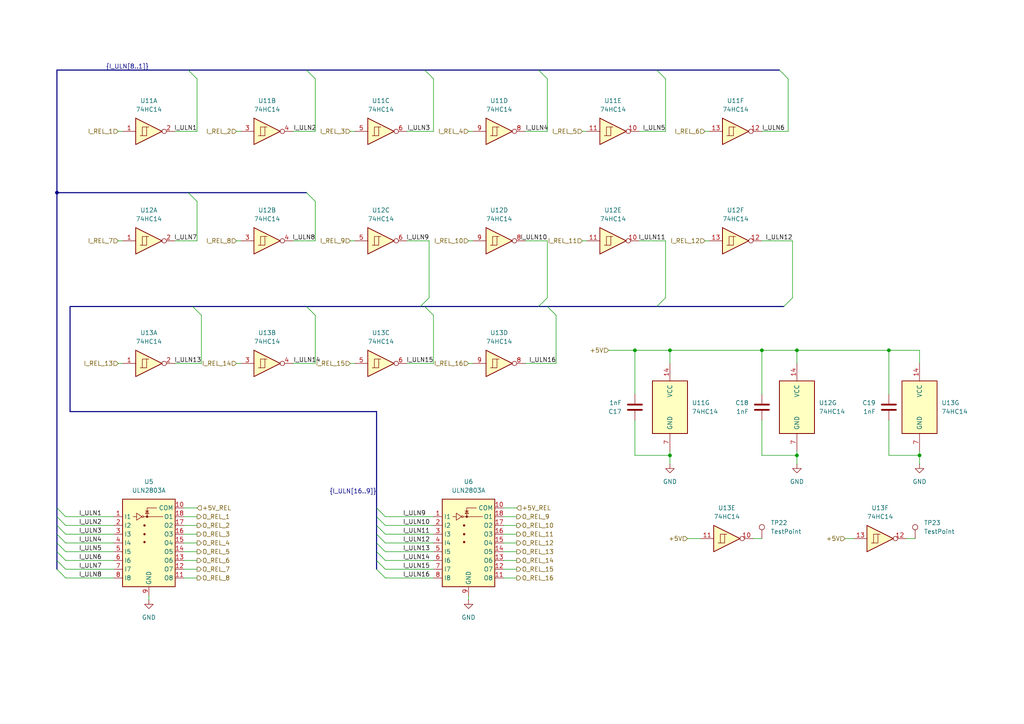
<source format=kicad_sch>
(kicad_sch
	(version 20231120)
	(generator "eeschema")
	(generator_version "8.0")
	(uuid "76efed0a-1fba-452b-b694-259ec184263c")
	(paper "A4")
	(title_block
		(title "Centralina Pirotecnica")
		(date "2024-06-28")
		(rev "2.0")
	)
	(lib_symbols
		(symbol "74xx:74HC14"
			(pin_names
				(offset 1.016)
			)
			(exclude_from_sim no)
			(in_bom yes)
			(on_board yes)
			(property "Reference" "U"
				(at 0 1.27 0)
				(effects
					(font
						(size 1.27 1.27)
					)
				)
			)
			(property "Value" "74HC14"
				(at 0 -1.27 0)
				(effects
					(font
						(size 1.27 1.27)
					)
				)
			)
			(property "Footprint" ""
				(at 0 0 0)
				(effects
					(font
						(size 1.27 1.27)
					)
					(hide yes)
				)
			)
			(property "Datasheet" "http://www.ti.com/lit/gpn/sn74HC14"
				(at 0 0 0)
				(effects
					(font
						(size 1.27 1.27)
					)
					(hide yes)
				)
			)
			(property "Description" "Hex inverter schmitt trigger"
				(at 0 0 0)
				(effects
					(font
						(size 1.27 1.27)
					)
					(hide yes)
				)
			)
			(property "ki_locked" ""
				(at 0 0 0)
				(effects
					(font
						(size 1.27 1.27)
					)
				)
			)
			(property "ki_keywords" "HCMOS not inverter"
				(at 0 0 0)
				(effects
					(font
						(size 1.27 1.27)
					)
					(hide yes)
				)
			)
			(property "ki_fp_filters" "DIP*W7.62mm*"
				(at 0 0 0)
				(effects
					(font
						(size 1.27 1.27)
					)
					(hide yes)
				)
			)
			(symbol "74HC14_1_0"
				(polyline
					(pts
						(xy -3.81 3.81) (xy -3.81 -3.81) (xy 3.81 0) (xy -3.81 3.81)
					)
					(stroke
						(width 0.254)
						(type default)
					)
					(fill
						(type background)
					)
				)
				(pin input line
					(at -7.62 0 0)
					(length 3.81)
					(name "~"
						(effects
							(font
								(size 1.27 1.27)
							)
						)
					)
					(number "1"
						(effects
							(font
								(size 1.27 1.27)
							)
						)
					)
				)
				(pin output inverted
					(at 7.62 0 180)
					(length 3.81)
					(name "~"
						(effects
							(font
								(size 1.27 1.27)
							)
						)
					)
					(number "2"
						(effects
							(font
								(size 1.27 1.27)
							)
						)
					)
				)
			)
			(symbol "74HC14_1_1"
				(polyline
					(pts
						(xy -1.905 -1.27) (xy -1.905 1.27) (xy -0.635 1.27)
					)
					(stroke
						(width 0)
						(type default)
					)
					(fill
						(type none)
					)
				)
				(polyline
					(pts
						(xy -2.54 -1.27) (xy -0.635 -1.27) (xy -0.635 1.27) (xy 0 1.27)
					)
					(stroke
						(width 0)
						(type default)
					)
					(fill
						(type none)
					)
				)
			)
			(symbol "74HC14_2_0"
				(polyline
					(pts
						(xy -3.81 3.81) (xy -3.81 -3.81) (xy 3.81 0) (xy -3.81 3.81)
					)
					(stroke
						(width 0.254)
						(type default)
					)
					(fill
						(type background)
					)
				)
				(pin input line
					(at -7.62 0 0)
					(length 3.81)
					(name "~"
						(effects
							(font
								(size 1.27 1.27)
							)
						)
					)
					(number "3"
						(effects
							(font
								(size 1.27 1.27)
							)
						)
					)
				)
				(pin output inverted
					(at 7.62 0 180)
					(length 3.81)
					(name "~"
						(effects
							(font
								(size 1.27 1.27)
							)
						)
					)
					(number "4"
						(effects
							(font
								(size 1.27 1.27)
							)
						)
					)
				)
			)
			(symbol "74HC14_2_1"
				(polyline
					(pts
						(xy -1.905 -1.27) (xy -1.905 1.27) (xy -0.635 1.27)
					)
					(stroke
						(width 0)
						(type default)
					)
					(fill
						(type none)
					)
				)
				(polyline
					(pts
						(xy -2.54 -1.27) (xy -0.635 -1.27) (xy -0.635 1.27) (xy 0 1.27)
					)
					(stroke
						(width 0)
						(type default)
					)
					(fill
						(type none)
					)
				)
			)
			(symbol "74HC14_3_0"
				(polyline
					(pts
						(xy -3.81 3.81) (xy -3.81 -3.81) (xy 3.81 0) (xy -3.81 3.81)
					)
					(stroke
						(width 0.254)
						(type default)
					)
					(fill
						(type background)
					)
				)
				(pin input line
					(at -7.62 0 0)
					(length 3.81)
					(name "~"
						(effects
							(font
								(size 1.27 1.27)
							)
						)
					)
					(number "5"
						(effects
							(font
								(size 1.27 1.27)
							)
						)
					)
				)
				(pin output inverted
					(at 7.62 0 180)
					(length 3.81)
					(name "~"
						(effects
							(font
								(size 1.27 1.27)
							)
						)
					)
					(number "6"
						(effects
							(font
								(size 1.27 1.27)
							)
						)
					)
				)
			)
			(symbol "74HC14_3_1"
				(polyline
					(pts
						(xy -1.905 -1.27) (xy -1.905 1.27) (xy -0.635 1.27)
					)
					(stroke
						(width 0)
						(type default)
					)
					(fill
						(type none)
					)
				)
				(polyline
					(pts
						(xy -2.54 -1.27) (xy -0.635 -1.27) (xy -0.635 1.27) (xy 0 1.27)
					)
					(stroke
						(width 0)
						(type default)
					)
					(fill
						(type none)
					)
				)
			)
			(symbol "74HC14_4_0"
				(polyline
					(pts
						(xy -3.81 3.81) (xy -3.81 -3.81) (xy 3.81 0) (xy -3.81 3.81)
					)
					(stroke
						(width 0.254)
						(type default)
					)
					(fill
						(type background)
					)
				)
				(pin output inverted
					(at 7.62 0 180)
					(length 3.81)
					(name "~"
						(effects
							(font
								(size 1.27 1.27)
							)
						)
					)
					(number "8"
						(effects
							(font
								(size 1.27 1.27)
							)
						)
					)
				)
				(pin input line
					(at -7.62 0 0)
					(length 3.81)
					(name "~"
						(effects
							(font
								(size 1.27 1.27)
							)
						)
					)
					(number "9"
						(effects
							(font
								(size 1.27 1.27)
							)
						)
					)
				)
			)
			(symbol "74HC14_4_1"
				(polyline
					(pts
						(xy -1.905 -1.27) (xy -1.905 1.27) (xy -0.635 1.27)
					)
					(stroke
						(width 0)
						(type default)
					)
					(fill
						(type none)
					)
				)
				(polyline
					(pts
						(xy -2.54 -1.27) (xy -0.635 -1.27) (xy -0.635 1.27) (xy 0 1.27)
					)
					(stroke
						(width 0)
						(type default)
					)
					(fill
						(type none)
					)
				)
			)
			(symbol "74HC14_5_0"
				(polyline
					(pts
						(xy -3.81 3.81) (xy -3.81 -3.81) (xy 3.81 0) (xy -3.81 3.81)
					)
					(stroke
						(width 0.254)
						(type default)
					)
					(fill
						(type background)
					)
				)
				(pin output inverted
					(at 7.62 0 180)
					(length 3.81)
					(name "~"
						(effects
							(font
								(size 1.27 1.27)
							)
						)
					)
					(number "10"
						(effects
							(font
								(size 1.27 1.27)
							)
						)
					)
				)
				(pin input line
					(at -7.62 0 0)
					(length 3.81)
					(name "~"
						(effects
							(font
								(size 1.27 1.27)
							)
						)
					)
					(number "11"
						(effects
							(font
								(size 1.27 1.27)
							)
						)
					)
				)
			)
			(symbol "74HC14_5_1"
				(polyline
					(pts
						(xy -1.905 -1.27) (xy -1.905 1.27) (xy -0.635 1.27)
					)
					(stroke
						(width 0)
						(type default)
					)
					(fill
						(type none)
					)
				)
				(polyline
					(pts
						(xy -2.54 -1.27) (xy -0.635 -1.27) (xy -0.635 1.27) (xy 0 1.27)
					)
					(stroke
						(width 0)
						(type default)
					)
					(fill
						(type none)
					)
				)
			)
			(symbol "74HC14_6_0"
				(polyline
					(pts
						(xy -3.81 3.81) (xy -3.81 -3.81) (xy 3.81 0) (xy -3.81 3.81)
					)
					(stroke
						(width 0.254)
						(type default)
					)
					(fill
						(type background)
					)
				)
				(pin output inverted
					(at 7.62 0 180)
					(length 3.81)
					(name "~"
						(effects
							(font
								(size 1.27 1.27)
							)
						)
					)
					(number "12"
						(effects
							(font
								(size 1.27 1.27)
							)
						)
					)
				)
				(pin input line
					(at -7.62 0 0)
					(length 3.81)
					(name "~"
						(effects
							(font
								(size 1.27 1.27)
							)
						)
					)
					(number "13"
						(effects
							(font
								(size 1.27 1.27)
							)
						)
					)
				)
			)
			(symbol "74HC14_6_1"
				(polyline
					(pts
						(xy -1.905 -1.27) (xy -1.905 1.27) (xy -0.635 1.27)
					)
					(stroke
						(width 0)
						(type default)
					)
					(fill
						(type none)
					)
				)
				(polyline
					(pts
						(xy -2.54 -1.27) (xy -0.635 -1.27) (xy -0.635 1.27) (xy 0 1.27)
					)
					(stroke
						(width 0)
						(type default)
					)
					(fill
						(type none)
					)
				)
			)
			(symbol "74HC14_7_0"
				(pin power_in line
					(at 0 12.7 270)
					(length 5.08)
					(name "VCC"
						(effects
							(font
								(size 1.27 1.27)
							)
						)
					)
					(number "14"
						(effects
							(font
								(size 1.27 1.27)
							)
						)
					)
				)
				(pin power_in line
					(at 0 -12.7 90)
					(length 5.08)
					(name "GND"
						(effects
							(font
								(size 1.27 1.27)
							)
						)
					)
					(number "7"
						(effects
							(font
								(size 1.27 1.27)
							)
						)
					)
				)
			)
			(symbol "74HC14_7_1"
				(rectangle
					(start -5.08 7.62)
					(end 5.08 -7.62)
					(stroke
						(width 0.254)
						(type default)
					)
					(fill
						(type background)
					)
				)
			)
		)
		(symbol "Connector:TestPoint"
			(pin_numbers hide)
			(pin_names
				(offset 0.762) hide)
			(exclude_from_sim no)
			(in_bom yes)
			(on_board yes)
			(property "Reference" "TP"
				(at 0 6.858 0)
				(effects
					(font
						(size 1.27 1.27)
					)
				)
			)
			(property "Value" "TestPoint"
				(at 0 5.08 0)
				(effects
					(font
						(size 1.27 1.27)
					)
				)
			)
			(property "Footprint" ""
				(at 5.08 0 0)
				(effects
					(font
						(size 1.27 1.27)
					)
					(hide yes)
				)
			)
			(property "Datasheet" "~"
				(at 5.08 0 0)
				(effects
					(font
						(size 1.27 1.27)
					)
					(hide yes)
				)
			)
			(property "Description" "test point"
				(at 0 0 0)
				(effects
					(font
						(size 1.27 1.27)
					)
					(hide yes)
				)
			)
			(property "ki_keywords" "test point tp"
				(at 0 0 0)
				(effects
					(font
						(size 1.27 1.27)
					)
					(hide yes)
				)
			)
			(property "ki_fp_filters" "Pin* Test*"
				(at 0 0 0)
				(effects
					(font
						(size 1.27 1.27)
					)
					(hide yes)
				)
			)
			(symbol "TestPoint_0_1"
				(circle
					(center 0 3.302)
					(radius 0.762)
					(stroke
						(width 0)
						(type default)
					)
					(fill
						(type none)
					)
				)
			)
			(symbol "TestPoint_1_1"
				(pin passive line
					(at 0 0 90)
					(length 2.54)
					(name "1"
						(effects
							(font
								(size 1.27 1.27)
							)
						)
					)
					(number "1"
						(effects
							(font
								(size 1.27 1.27)
							)
						)
					)
				)
			)
		)
		(symbol "Device:C"
			(pin_numbers hide)
			(pin_names
				(offset 0.254)
			)
			(exclude_from_sim no)
			(in_bom yes)
			(on_board yes)
			(property "Reference" "C"
				(at 0.635 2.54 0)
				(effects
					(font
						(size 1.27 1.27)
					)
					(justify left)
				)
			)
			(property "Value" "C"
				(at 0.635 -2.54 0)
				(effects
					(font
						(size 1.27 1.27)
					)
					(justify left)
				)
			)
			(property "Footprint" ""
				(at 0.9652 -3.81 0)
				(effects
					(font
						(size 1.27 1.27)
					)
					(hide yes)
				)
			)
			(property "Datasheet" "~"
				(at 0 0 0)
				(effects
					(font
						(size 1.27 1.27)
					)
					(hide yes)
				)
			)
			(property "Description" "Unpolarized capacitor"
				(at 0 0 0)
				(effects
					(font
						(size 1.27 1.27)
					)
					(hide yes)
				)
			)
			(property "ki_keywords" "cap capacitor"
				(at 0 0 0)
				(effects
					(font
						(size 1.27 1.27)
					)
					(hide yes)
				)
			)
			(property "ki_fp_filters" "C_*"
				(at 0 0 0)
				(effects
					(font
						(size 1.27 1.27)
					)
					(hide yes)
				)
			)
			(symbol "C_0_1"
				(polyline
					(pts
						(xy -2.032 -0.762) (xy 2.032 -0.762)
					)
					(stroke
						(width 0.508)
						(type default)
					)
					(fill
						(type none)
					)
				)
				(polyline
					(pts
						(xy -2.032 0.762) (xy 2.032 0.762)
					)
					(stroke
						(width 0.508)
						(type default)
					)
					(fill
						(type none)
					)
				)
			)
			(symbol "C_1_1"
				(pin passive line
					(at 0 3.81 270)
					(length 2.794)
					(name "~"
						(effects
							(font
								(size 1.27 1.27)
							)
						)
					)
					(number "1"
						(effects
							(font
								(size 1.27 1.27)
							)
						)
					)
				)
				(pin passive line
					(at 0 -3.81 90)
					(length 2.794)
					(name "~"
						(effects
							(font
								(size 1.27 1.27)
							)
						)
					)
					(number "2"
						(effects
							(font
								(size 1.27 1.27)
							)
						)
					)
				)
			)
		)
		(symbol "Transistor_Array:ULN2803A"
			(exclude_from_sim no)
			(in_bom yes)
			(on_board yes)
			(property "Reference" "U"
				(at 0 13.335 0)
				(effects
					(font
						(size 1.27 1.27)
					)
				)
			)
			(property "Value" "ULN2803A"
				(at 0 11.43 0)
				(effects
					(font
						(size 1.27 1.27)
					)
				)
			)
			(property "Footprint" ""
				(at 1.27 -16.51 0)
				(effects
					(font
						(size 1.27 1.27)
					)
					(justify left)
					(hide yes)
				)
			)
			(property "Datasheet" "http://www.ti.com/lit/ds/symlink/uln2803a.pdf"
				(at 2.54 -5.08 0)
				(effects
					(font
						(size 1.27 1.27)
					)
					(hide yes)
				)
			)
			(property "Description" "Darlington Transistor Arrays, SOIC18/DIP18"
				(at 0 0 0)
				(effects
					(font
						(size 1.27 1.27)
					)
					(hide yes)
				)
			)
			(property "ki_keywords" "Darlington transistor array"
				(at 0 0 0)
				(effects
					(font
						(size 1.27 1.27)
					)
					(hide yes)
				)
			)
			(property "ki_fp_filters" "DIP*W7.62mm* SOIC*7.5x11.6mm*P1.27mm*"
				(at 0 0 0)
				(effects
					(font
						(size 1.27 1.27)
					)
					(hide yes)
				)
			)
			(symbol "ULN2803A_0_1"
				(rectangle
					(start -7.62 -15.24)
					(end 7.62 10.16)
					(stroke
						(width 0.254)
						(type default)
					)
					(fill
						(type background)
					)
				)
				(circle
					(center -1.778 5.08)
					(radius 0.254)
					(stroke
						(width 0)
						(type default)
					)
					(fill
						(type none)
					)
				)
				(circle
					(center -1.27 -2.286)
					(radius 0.254)
					(stroke
						(width 0)
						(type default)
					)
					(fill
						(type outline)
					)
				)
				(circle
					(center -1.27 0)
					(radius 0.254)
					(stroke
						(width 0)
						(type default)
					)
					(fill
						(type outline)
					)
				)
				(circle
					(center -1.27 2.54)
					(radius 0.254)
					(stroke
						(width 0)
						(type default)
					)
					(fill
						(type outline)
					)
				)
				(circle
					(center -0.508 5.08)
					(radius 0.254)
					(stroke
						(width 0)
						(type default)
					)
					(fill
						(type outline)
					)
				)
				(polyline
					(pts
						(xy -4.572 5.08) (xy -3.556 5.08)
					)
					(stroke
						(width 0)
						(type default)
					)
					(fill
						(type none)
					)
				)
				(polyline
					(pts
						(xy -1.524 5.08) (xy 4.064 5.08)
					)
					(stroke
						(width 0)
						(type default)
					)
					(fill
						(type none)
					)
				)
				(polyline
					(pts
						(xy 0 6.731) (xy -1.016 6.731)
					)
					(stroke
						(width 0)
						(type default)
					)
					(fill
						(type none)
					)
				)
				(polyline
					(pts
						(xy -0.508 5.08) (xy -0.508 7.62) (xy 2.286 7.62)
					)
					(stroke
						(width 0)
						(type default)
					)
					(fill
						(type none)
					)
				)
				(polyline
					(pts
						(xy -3.556 6.096) (xy -3.556 4.064) (xy -2.032 5.08) (xy -3.556 6.096)
					)
					(stroke
						(width 0)
						(type default)
					)
					(fill
						(type none)
					)
				)
				(polyline
					(pts
						(xy 0 5.969) (xy -1.016 5.969) (xy -0.508 6.731) (xy 0 5.969)
					)
					(stroke
						(width 0)
						(type default)
					)
					(fill
						(type none)
					)
				)
			)
			(symbol "ULN2803A_1_1"
				(pin input line
					(at -10.16 5.08 0)
					(length 2.54)
					(name "I1"
						(effects
							(font
								(size 1.27 1.27)
							)
						)
					)
					(number "1"
						(effects
							(font
								(size 1.27 1.27)
							)
						)
					)
				)
				(pin passive line
					(at 10.16 7.62 180)
					(length 2.54)
					(name "COM"
						(effects
							(font
								(size 1.27 1.27)
							)
						)
					)
					(number "10"
						(effects
							(font
								(size 1.27 1.27)
							)
						)
					)
				)
				(pin open_collector line
					(at 10.16 -12.7 180)
					(length 2.54)
					(name "O8"
						(effects
							(font
								(size 1.27 1.27)
							)
						)
					)
					(number "11"
						(effects
							(font
								(size 1.27 1.27)
							)
						)
					)
				)
				(pin open_collector line
					(at 10.16 -10.16 180)
					(length 2.54)
					(name "O7"
						(effects
							(font
								(size 1.27 1.27)
							)
						)
					)
					(number "12"
						(effects
							(font
								(size 1.27 1.27)
							)
						)
					)
				)
				(pin open_collector line
					(at 10.16 -7.62 180)
					(length 2.54)
					(name "O6"
						(effects
							(font
								(size 1.27 1.27)
							)
						)
					)
					(number "13"
						(effects
							(font
								(size 1.27 1.27)
							)
						)
					)
				)
				(pin open_collector line
					(at 10.16 -5.08 180)
					(length 2.54)
					(name "O5"
						(effects
							(font
								(size 1.27 1.27)
							)
						)
					)
					(number "14"
						(effects
							(font
								(size 1.27 1.27)
							)
						)
					)
				)
				(pin open_collector line
					(at 10.16 -2.54 180)
					(length 2.54)
					(name "O4"
						(effects
							(font
								(size 1.27 1.27)
							)
						)
					)
					(number "15"
						(effects
							(font
								(size 1.27 1.27)
							)
						)
					)
				)
				(pin open_collector line
					(at 10.16 0 180)
					(length 2.54)
					(name "O3"
						(effects
							(font
								(size 1.27 1.27)
							)
						)
					)
					(number "16"
						(effects
							(font
								(size 1.27 1.27)
							)
						)
					)
				)
				(pin open_collector line
					(at 10.16 2.54 180)
					(length 2.54)
					(name "O2"
						(effects
							(font
								(size 1.27 1.27)
							)
						)
					)
					(number "17"
						(effects
							(font
								(size 1.27 1.27)
							)
						)
					)
				)
				(pin open_collector line
					(at 10.16 5.08 180)
					(length 2.54)
					(name "O1"
						(effects
							(font
								(size 1.27 1.27)
							)
						)
					)
					(number "18"
						(effects
							(font
								(size 1.27 1.27)
							)
						)
					)
				)
				(pin input line
					(at -10.16 2.54 0)
					(length 2.54)
					(name "I2"
						(effects
							(font
								(size 1.27 1.27)
							)
						)
					)
					(number "2"
						(effects
							(font
								(size 1.27 1.27)
							)
						)
					)
				)
				(pin input line
					(at -10.16 0 0)
					(length 2.54)
					(name "I3"
						(effects
							(font
								(size 1.27 1.27)
							)
						)
					)
					(number "3"
						(effects
							(font
								(size 1.27 1.27)
							)
						)
					)
				)
				(pin input line
					(at -10.16 -2.54 0)
					(length 2.54)
					(name "I4"
						(effects
							(font
								(size 1.27 1.27)
							)
						)
					)
					(number "4"
						(effects
							(font
								(size 1.27 1.27)
							)
						)
					)
				)
				(pin input line
					(at -10.16 -5.08 0)
					(length 2.54)
					(name "I5"
						(effects
							(font
								(size 1.27 1.27)
							)
						)
					)
					(number "5"
						(effects
							(font
								(size 1.27 1.27)
							)
						)
					)
				)
				(pin input line
					(at -10.16 -7.62 0)
					(length 2.54)
					(name "I6"
						(effects
							(font
								(size 1.27 1.27)
							)
						)
					)
					(number "6"
						(effects
							(font
								(size 1.27 1.27)
							)
						)
					)
				)
				(pin input line
					(at -10.16 -10.16 0)
					(length 2.54)
					(name "I7"
						(effects
							(font
								(size 1.27 1.27)
							)
						)
					)
					(number "7"
						(effects
							(font
								(size 1.27 1.27)
							)
						)
					)
				)
				(pin input line
					(at -10.16 -12.7 0)
					(length 2.54)
					(name "I8"
						(effects
							(font
								(size 1.27 1.27)
							)
						)
					)
					(number "8"
						(effects
							(font
								(size 1.27 1.27)
							)
						)
					)
				)
				(pin power_in line
					(at 0 -17.78 90)
					(length 2.54)
					(name "GND"
						(effects
							(font
								(size 1.27 1.27)
							)
						)
					)
					(number "9"
						(effects
							(font
								(size 1.27 1.27)
							)
						)
					)
				)
			)
		)
		(symbol "power:GND"
			(power)
			(pin_numbers hide)
			(pin_names
				(offset 0) hide)
			(exclude_from_sim no)
			(in_bom yes)
			(on_board yes)
			(property "Reference" "#PWR"
				(at 0 -6.35 0)
				(effects
					(font
						(size 1.27 1.27)
					)
					(hide yes)
				)
			)
			(property "Value" "GND"
				(at 0 -3.81 0)
				(effects
					(font
						(size 1.27 1.27)
					)
				)
			)
			(property "Footprint" ""
				(at 0 0 0)
				(effects
					(font
						(size 1.27 1.27)
					)
					(hide yes)
				)
			)
			(property "Datasheet" ""
				(at 0 0 0)
				(effects
					(font
						(size 1.27 1.27)
					)
					(hide yes)
				)
			)
			(property "Description" "Power symbol creates a global label with name \"GND\" , ground"
				(at 0 0 0)
				(effects
					(font
						(size 1.27 1.27)
					)
					(hide yes)
				)
			)
			(property "ki_keywords" "global power"
				(at 0 0 0)
				(effects
					(font
						(size 1.27 1.27)
					)
					(hide yes)
				)
			)
			(symbol "GND_0_1"
				(polyline
					(pts
						(xy 0 0) (xy 0 -1.27) (xy 1.27 -1.27) (xy 0 -2.54) (xy -1.27 -1.27) (xy 0 -1.27)
					)
					(stroke
						(width 0)
						(type default)
					)
					(fill
						(type none)
					)
				)
			)
			(symbol "GND_1_1"
				(pin power_in line
					(at 0 0 270)
					(length 0)
					(name "~"
						(effects
							(font
								(size 1.27 1.27)
							)
						)
					)
					(number "1"
						(effects
							(font
								(size 1.27 1.27)
							)
						)
					)
				)
			)
		)
	)
	(junction
		(at 184.15 101.6)
		(diameter 0)
		(color 0 0 0 0)
		(uuid "13d9cc16-3eb5-4d92-80b4-da3838d2c194")
	)
	(junction
		(at 266.7 132.08)
		(diameter 0)
		(color 0 0 0 0)
		(uuid "323a7d5f-68cf-4316-90d8-00693586d19a")
	)
	(junction
		(at 231.14 101.6)
		(diameter 0)
		(color 0 0 0 0)
		(uuid "6006ee96-388d-4da5-9cab-95db85bc9f3b")
	)
	(junction
		(at 16.51 55.88)
		(diameter 0)
		(color 0 0 0 0)
		(uuid "72f254c1-ad17-4721-af63-01bfe6758aee")
	)
	(junction
		(at 194.31 132.08)
		(diameter 0)
		(color 0 0 0 0)
		(uuid "8d7aa250-f112-4b81-b8a2-c677ac263c05")
	)
	(junction
		(at 220.98 101.6)
		(diameter 0)
		(color 0 0 0 0)
		(uuid "ab17e52e-85dd-4c1e-9e75-34c93c44dd39")
	)
	(junction
		(at 231.14 132.08)
		(diameter 0)
		(color 0 0 0 0)
		(uuid "ce56c1af-a5a0-4207-9b1b-24caeb6dff80")
	)
	(junction
		(at 194.31 101.6)
		(diameter 0)
		(color 0 0 0 0)
		(uuid "d34bf5af-0a00-4674-85fe-19618526a366")
	)
	(junction
		(at 257.81 101.6)
		(diameter 0)
		(color 0 0 0 0)
		(uuid "ee8b319f-635e-4f45-a65e-32d4de921c8f")
	)
	(bus_entry
		(at 156.21 20.32)
		(size 2.54 2.54)
		(stroke
			(width 0)
			(type default)
		)
		(uuid "09bbf70e-b619-4a1e-aeba-2f707addab3d")
	)
	(bus_entry
		(at 16.51 160.02)
		(size 2.54 2.54)
		(stroke
			(width 0)
			(type default)
		)
		(uuid "14d44a3b-67d3-4df0-8682-228cdf623a93")
	)
	(bus_entry
		(at 16.51 154.94)
		(size 2.54 2.54)
		(stroke
			(width 0)
			(type default)
		)
		(uuid "1f0df57b-ba4a-4636-b785-4a2be4bd8a16")
	)
	(bus_entry
		(at 109.22 152.4)
		(size 2.54 2.54)
		(stroke
			(width 0)
			(type default)
		)
		(uuid "1f7da906-2324-4ff0-916a-741b4f730435")
	)
	(bus_entry
		(at 54.61 20.32)
		(size 2.54 2.54)
		(stroke
			(width 0)
			(type default)
		)
		(uuid "248e34a7-ec0e-4274-952f-903e51f07877")
	)
	(bus_entry
		(at 88.9 20.32)
		(size 2.54 2.54)
		(stroke
			(width 0)
			(type default)
		)
		(uuid "27820f78-5c30-4af9-9251-474b4ece495d")
	)
	(bus_entry
		(at 158.75 88.9)
		(size 2.54 2.54)
		(stroke
			(width 0)
			(type default)
		)
		(uuid "2bce47ff-9e82-4988-8e70-b33e36bc87e6")
	)
	(bus_entry
		(at 88.9 55.88)
		(size 2.54 2.54)
		(stroke
			(width 0)
			(type default)
		)
		(uuid "37428871-e454-4784-adfb-a1287a6b41a1")
	)
	(bus_entry
		(at 109.22 149.86)
		(size 2.54 2.54)
		(stroke
			(width 0)
			(type default)
		)
		(uuid "38814865-cf7f-48ec-ad85-d38e237946bd")
	)
	(bus_entry
		(at 123.19 20.32)
		(size 2.54 2.54)
		(stroke
			(width 0)
			(type default)
		)
		(uuid "38bfd9bd-48e2-4b24-95f6-119fcdfa9d28")
	)
	(bus_entry
		(at 16.51 149.86)
		(size 2.54 2.54)
		(stroke
			(width 0)
			(type default)
		)
		(uuid "42c5067c-616d-4873-9d5f-f304cb006784")
	)
	(bus_entry
		(at 227.33 88.9)
		(size 2.54 -2.54)
		(stroke
			(width 0)
			(type default)
		)
		(uuid "4fdd9011-3239-49f0-a1be-07dbb214a49b")
	)
	(bus_entry
		(at 109.22 157.48)
		(size 2.54 2.54)
		(stroke
			(width 0)
			(type default)
		)
		(uuid "52a4db0b-5aa9-425a-a560-f644076bb09c")
	)
	(bus_entry
		(at 190.5 88.9)
		(size 2.54 -2.54)
		(stroke
			(width 0)
			(type default)
		)
		(uuid "58f645fc-ced9-4d2c-80c2-adfe0e8755bb")
	)
	(bus_entry
		(at 55.88 88.9)
		(size 2.54 2.54)
		(stroke
			(width 0)
			(type default)
		)
		(uuid "6d985bb8-3efd-4fb5-90d8-c4b731e23d88")
	)
	(bus_entry
		(at 109.22 154.94)
		(size 2.54 2.54)
		(stroke
			(width 0)
			(type default)
		)
		(uuid "813b0418-534c-438d-ae34-baf801c6f9d4")
	)
	(bus_entry
		(at 16.51 157.48)
		(size 2.54 2.54)
		(stroke
			(width 0)
			(type default)
		)
		(uuid "826c6218-e6e2-400b-ad1e-ddcc47ac48c3")
	)
	(bus_entry
		(at 190.5 20.32)
		(size 2.54 2.54)
		(stroke
			(width 0)
			(type default)
		)
		(uuid "8347d945-b93f-43ff-bc8c-9a1eab3a1fea")
	)
	(bus_entry
		(at 121.92 88.9)
		(size 2.54 -2.54)
		(stroke
			(width 0)
			(type default)
		)
		(uuid "9bdd8ece-71ec-40c7-9454-a4d4eaad5800")
	)
	(bus_entry
		(at 54.61 55.88)
		(size 2.54 2.54)
		(stroke
			(width 0)
			(type default)
		)
		(uuid "a4550552-15d2-41c5-bb0c-64d24d70968c")
	)
	(bus_entry
		(at 156.21 88.9)
		(size 2.54 -2.54)
		(stroke
			(width 0)
			(type default)
		)
		(uuid "a713aec7-a6b8-4752-8f95-bb5820d08ced")
	)
	(bus_entry
		(at 109.22 147.32)
		(size 2.54 2.54)
		(stroke
			(width 0)
			(type default)
		)
		(uuid "ca99587e-e089-43d3-9ec4-1d833a905d15")
	)
	(bus_entry
		(at 109.22 165.1)
		(size 2.54 2.54)
		(stroke
			(width 0)
			(type default)
		)
		(uuid "d302150d-5140-4e75-9805-570b8d379108")
	)
	(bus_entry
		(at 123.19 88.9)
		(size 2.54 2.54)
		(stroke
			(width 0)
			(type default)
		)
		(uuid "d9d966bf-8edf-444b-956a-7baaf0118da1")
	)
	(bus_entry
		(at 16.51 152.4)
		(size 2.54 2.54)
		(stroke
			(width 0)
			(type default)
		)
		(uuid "dcbe115f-f9c2-4770-a7e0-b4f6fb3ee536")
	)
	(bus_entry
		(at 16.51 162.56)
		(size 2.54 2.54)
		(stroke
			(width 0)
			(type default)
		)
		(uuid "dddce2dd-5f68-4e59-b07f-b17ae5f51d5c")
	)
	(bus_entry
		(at 88.9 88.9)
		(size 2.54 2.54)
		(stroke
			(width 0)
			(type default)
		)
		(uuid "eb836c1a-3020-4f42-9999-55f8e8622d5b")
	)
	(bus_entry
		(at 226.06 20.32)
		(size 2.54 2.54)
		(stroke
			(width 0)
			(type default)
		)
		(uuid "ebb3540c-46a3-4889-a965-d104f8968761")
	)
	(bus_entry
		(at 16.51 165.1)
		(size 2.54 2.54)
		(stroke
			(width 0)
			(type default)
		)
		(uuid "f3332e5f-b941-43b8-815e-a175c54c1843")
	)
	(bus_entry
		(at 109.22 162.56)
		(size 2.54 2.54)
		(stroke
			(width 0)
			(type default)
		)
		(uuid "f58e0976-a4ff-4833-8572-c56010764275")
	)
	(bus_entry
		(at 109.22 160.02)
		(size 2.54 2.54)
		(stroke
			(width 0)
			(type default)
		)
		(uuid "fc9273be-befb-4711-9255-815eafd2b4b2")
	)
	(bus_entry
		(at 16.51 147.32)
		(size 2.54 2.54)
		(stroke
			(width 0)
			(type default)
		)
		(uuid "fea167da-498b-4bea-acfd-b809176edd4f")
	)
	(wire
		(pts
			(xy 19.05 167.64) (xy 33.02 167.64)
		)
		(stroke
			(width 0)
			(type default)
		)
		(uuid "016dcfa8-e70a-4d66-b777-843bed0e962f")
	)
	(wire
		(pts
			(xy 193.04 69.85) (xy 185.42 69.85)
		)
		(stroke
			(width 0)
			(type default)
		)
		(uuid "037e8be3-23a2-4bf0-959f-3c3e2fbbc55e")
	)
	(bus
		(pts
			(xy 190.5 20.32) (xy 226.06 20.32)
		)
		(stroke
			(width 0)
			(type default)
		)
		(uuid "048caf77-a076-4970-a988-af2274d6ce7a")
	)
	(bus
		(pts
			(xy 16.51 147.32) (xy 16.51 149.86)
		)
		(stroke
			(width 0)
			(type default)
		)
		(uuid "0678e6d1-2f5b-4134-93e7-680d5ed119dd")
	)
	(wire
		(pts
			(xy 101.6 105.41) (xy 102.87 105.41)
		)
		(stroke
			(width 0)
			(type default)
		)
		(uuid "09bebe7f-f20f-4126-be74-0c8e20e94253")
	)
	(wire
		(pts
			(xy 118.11 38.1) (xy 125.73 38.1)
		)
		(stroke
			(width 0)
			(type default)
		)
		(uuid "0ba1d1b4-a26c-40fa-b105-2363bd456c50")
	)
	(wire
		(pts
			(xy 57.15 58.42) (xy 57.15 69.85)
		)
		(stroke
			(width 0)
			(type default)
		)
		(uuid "10ce4813-0dd3-41eb-aa4d-067d0d248885")
	)
	(wire
		(pts
			(xy 125.73 91.44) (xy 125.73 105.41)
		)
		(stroke
			(width 0)
			(type default)
		)
		(uuid "12c39187-9cb3-403b-8a67-edaa1f40f430")
	)
	(bus
		(pts
			(xy 16.51 154.94) (xy 16.51 157.48)
		)
		(stroke
			(width 0)
			(type default)
		)
		(uuid "13a23d94-1f2c-42a0-87da-80b1c36da901")
	)
	(wire
		(pts
			(xy 135.89 69.85) (xy 137.16 69.85)
		)
		(stroke
			(width 0)
			(type default)
		)
		(uuid "1523b9e8-b156-4a7a-8aa5-18cdb87b73e4")
	)
	(wire
		(pts
			(xy 231.14 101.6) (xy 220.98 101.6)
		)
		(stroke
			(width 0)
			(type default)
		)
		(uuid "16e480d9-1d35-406a-b7ce-e6f2ce24bea0")
	)
	(wire
		(pts
			(xy 57.15 22.86) (xy 57.15 38.1)
		)
		(stroke
			(width 0)
			(type default)
		)
		(uuid "1912aa33-34f9-448b-be32-222a39149e12")
	)
	(wire
		(pts
			(xy 101.6 69.85) (xy 102.87 69.85)
		)
		(stroke
			(width 0)
			(type default)
		)
		(uuid "19989146-9fc8-4f65-8025-8700a2dd5c6d")
	)
	(bus
		(pts
			(xy 20.32 88.9) (xy 55.88 88.9)
		)
		(stroke
			(width 0)
			(type default)
		)
		(uuid "19fb0d09-cc5d-486e-a2b7-8faee70b27b6")
	)
	(wire
		(pts
			(xy 111.76 157.48) (xy 125.73 157.48)
		)
		(stroke
			(width 0)
			(type default)
		)
		(uuid "1c1ebbdd-823b-422c-9ffd-51775c4dd858")
	)
	(wire
		(pts
			(xy 68.58 69.85) (xy 69.85 69.85)
		)
		(stroke
			(width 0)
			(type default)
		)
		(uuid "1eda98ff-8b03-4d6f-95f4-456421e50e6c")
	)
	(wire
		(pts
			(xy 193.04 22.86) (xy 193.04 38.1)
		)
		(stroke
			(width 0)
			(type default)
		)
		(uuid "21e10d44-08d7-4de4-b8f1-885fd9aace5d")
	)
	(bus
		(pts
			(xy 109.22 157.48) (xy 109.22 160.02)
		)
		(stroke
			(width 0)
			(type default)
		)
		(uuid "23eb7728-ee12-4c2a-a1d5-2dcef9e9959b")
	)
	(wire
		(pts
			(xy 85.09 105.41) (xy 91.44 105.41)
		)
		(stroke
			(width 0)
			(type default)
		)
		(uuid "25c340ea-196d-4ada-b5ad-cd6780f2a0af")
	)
	(wire
		(pts
			(xy 57.15 38.1) (xy 50.8 38.1)
		)
		(stroke
			(width 0)
			(type default)
		)
		(uuid "28fa4f22-8177-4b5b-bf19-6dd381bc7783")
	)
	(wire
		(pts
			(xy 101.6 38.1) (xy 102.87 38.1)
		)
		(stroke
			(width 0)
			(type default)
		)
		(uuid "29095533-0280-4a62-9b83-ffba936d0488")
	)
	(wire
		(pts
			(xy 184.15 101.6) (xy 194.31 101.6)
		)
		(stroke
			(width 0)
			(type default)
		)
		(uuid "291fb311-4d08-4744-bde2-fc6c375b2a52")
	)
	(wire
		(pts
			(xy 168.91 38.1) (xy 170.18 38.1)
		)
		(stroke
			(width 0)
			(type default)
		)
		(uuid "2cb1ff4d-a421-4b6b-b836-319ea06a7589")
	)
	(bus
		(pts
			(xy 20.32 119.38) (xy 109.22 119.38)
		)
		(stroke
			(width 0)
			(type default)
		)
		(uuid "2f419966-e57c-40e2-b919-c89b383feccc")
	)
	(wire
		(pts
			(xy 125.73 22.86) (xy 125.73 38.1)
		)
		(stroke
			(width 0)
			(type default)
		)
		(uuid "2facd2d7-bfbe-4046-9af9-74836718347a")
	)
	(wire
		(pts
			(xy 146.05 154.94) (xy 149.86 154.94)
		)
		(stroke
			(width 0)
			(type default)
		)
		(uuid "30bcf2c4-88ac-47ef-b411-b204202b0971")
	)
	(bus
		(pts
			(xy 156.21 88.9) (xy 158.75 88.9)
		)
		(stroke
			(width 0)
			(type default)
		)
		(uuid "32794cae-a53e-4e6c-ad24-932f8f5b2bbc")
	)
	(wire
		(pts
			(xy 135.89 105.41) (xy 137.16 105.41)
		)
		(stroke
			(width 0)
			(type default)
		)
		(uuid "33cffcfb-237e-406f-ad00-463d84ab78a2")
	)
	(wire
		(pts
			(xy 152.4 38.1) (xy 158.75 38.1)
		)
		(stroke
			(width 0)
			(type default)
		)
		(uuid "342289aa-2072-4f99-bcff-fb6395119340")
	)
	(wire
		(pts
			(xy 220.98 121.92) (xy 220.98 132.08)
		)
		(stroke
			(width 0)
			(type default)
		)
		(uuid "344a0e0c-03d1-4e6d-bce3-d629a63b64fe")
	)
	(wire
		(pts
			(xy 257.81 101.6) (xy 257.81 114.3)
		)
		(stroke
			(width 0)
			(type default)
		)
		(uuid "38788bf3-fd0a-4121-a1bf-b62a37c3e077")
	)
	(wire
		(pts
			(xy 184.15 121.92) (xy 184.15 132.08)
		)
		(stroke
			(width 0)
			(type default)
		)
		(uuid "3ac3637c-26a0-451f-82cc-df3709fbbe63")
	)
	(wire
		(pts
			(xy 124.46 86.36) (xy 124.46 69.85)
		)
		(stroke
			(width 0)
			(type default)
		)
		(uuid "3ae7e403-ba22-4cf2-8c52-d7c5dba53227")
	)
	(wire
		(pts
			(xy 229.87 86.36) (xy 229.87 69.85)
		)
		(stroke
			(width 0)
			(type default)
		)
		(uuid "3c8ce218-67fb-4f2f-936a-62cd13ad75a6")
	)
	(wire
		(pts
			(xy 19.05 160.02) (xy 33.02 160.02)
		)
		(stroke
			(width 0)
			(type default)
		)
		(uuid "3d961c39-635f-4faf-b7b8-2a0300e599cb")
	)
	(wire
		(pts
			(xy 146.05 165.1) (xy 149.86 165.1)
		)
		(stroke
			(width 0)
			(type default)
		)
		(uuid "3f0c0d16-dbf9-4d80-999c-7418b4f8cfeb")
	)
	(wire
		(pts
			(xy 194.31 130.81) (xy 194.31 132.08)
		)
		(stroke
			(width 0)
			(type default)
		)
		(uuid "42804862-7462-4311-a266-216b48ac186f")
	)
	(wire
		(pts
			(xy 158.75 69.85) (xy 152.4 69.85)
		)
		(stroke
			(width 0)
			(type default)
		)
		(uuid "431522f0-745b-433f-ad43-be62a7fd76d4")
	)
	(bus
		(pts
			(xy 109.22 149.86) (xy 109.22 152.4)
		)
		(stroke
			(width 0)
			(type default)
		)
		(uuid "476d848d-b48e-49f7-919f-95003442178e")
	)
	(wire
		(pts
			(xy 218.44 156.21) (xy 220.98 156.21)
		)
		(stroke
			(width 0)
			(type default)
		)
		(uuid "47b2869f-9710-4d86-8b81-c819ff6ded75")
	)
	(wire
		(pts
			(xy 257.81 132.08) (xy 266.7 132.08)
		)
		(stroke
			(width 0)
			(type default)
		)
		(uuid "488d1120-0a90-4046-a05e-fafb21808597")
	)
	(wire
		(pts
			(xy 53.34 154.94) (xy 57.15 154.94)
		)
		(stroke
			(width 0)
			(type default)
		)
		(uuid "4b5bc7ff-9843-4475-ab4c-c730663399d0")
	)
	(wire
		(pts
			(xy 135.89 38.1) (xy 137.16 38.1)
		)
		(stroke
			(width 0)
			(type default)
		)
		(uuid "4c8d2f25-aed9-4afa-98a0-4484465a2d46")
	)
	(wire
		(pts
			(xy 34.29 69.85) (xy 35.56 69.85)
		)
		(stroke
			(width 0)
			(type default)
		)
		(uuid "4cb54a66-a057-4167-8464-21f5648b1f57")
	)
	(wire
		(pts
			(xy 231.14 101.6) (xy 257.81 101.6)
		)
		(stroke
			(width 0)
			(type default)
		)
		(uuid "4db36cc2-788a-4bde-aa86-8ee9d0559eca")
	)
	(wire
		(pts
			(xy 146.05 160.02) (xy 149.86 160.02)
		)
		(stroke
			(width 0)
			(type default)
		)
		(uuid "53aee977-a5bd-4561-9dad-b7f6cc7c6901")
	)
	(bus
		(pts
			(xy 109.22 152.4) (xy 109.22 154.94)
		)
		(stroke
			(width 0)
			(type default)
		)
		(uuid "56034aea-9ede-4be4-8ae8-5dcd91d017b1")
	)
	(wire
		(pts
			(xy 161.29 91.44) (xy 161.29 105.41)
		)
		(stroke
			(width 0)
			(type default)
		)
		(uuid "5637f974-e826-4f1c-bc0c-9a13cf06ec33")
	)
	(wire
		(pts
			(xy 146.05 157.48) (xy 149.86 157.48)
		)
		(stroke
			(width 0)
			(type default)
		)
		(uuid "5749b6c8-c48b-4cbe-99dd-4de2c8963a74")
	)
	(wire
		(pts
			(xy 53.34 157.48) (xy 57.15 157.48)
		)
		(stroke
			(width 0)
			(type default)
		)
		(uuid "59d4572c-dda5-43e4-9ac7-8657eab6ccbc")
	)
	(wire
		(pts
			(xy 262.89 156.21) (xy 265.43 156.21)
		)
		(stroke
			(width 0)
			(type default)
		)
		(uuid "59eded3e-2b25-4cd2-a167-32457daa74e6")
	)
	(wire
		(pts
			(xy 58.42 91.44) (xy 58.42 105.41)
		)
		(stroke
			(width 0)
			(type default)
		)
		(uuid "5aee69bc-3254-49a7-8816-fa5831c03352")
	)
	(wire
		(pts
			(xy 220.98 132.08) (xy 231.14 132.08)
		)
		(stroke
			(width 0)
			(type default)
		)
		(uuid "5fc8b965-92e6-4be2-9f83-2ee4d5e01a47")
	)
	(bus
		(pts
			(xy 55.88 88.9) (xy 88.9 88.9)
		)
		(stroke
			(width 0)
			(type default)
		)
		(uuid "6064e730-a2c3-4ea1-bef3-694ffe8e6d1c")
	)
	(bus
		(pts
			(xy 156.21 20.32) (xy 190.5 20.32)
		)
		(stroke
			(width 0)
			(type default)
		)
		(uuid "69a43b13-56c1-47fa-b0d9-73682254a1a9")
	)
	(wire
		(pts
			(xy 194.31 101.6) (xy 194.31 105.41)
		)
		(stroke
			(width 0)
			(type default)
		)
		(uuid "69e8e85f-0f12-43cc-a3da-057abb2f1edb")
	)
	(wire
		(pts
			(xy 220.98 101.6) (xy 220.98 114.3)
		)
		(stroke
			(width 0)
			(type default)
		)
		(uuid "6c8b9d8f-553b-4b2b-9eae-de70e0710ff1")
	)
	(wire
		(pts
			(xy 57.15 149.86) (xy 53.34 149.86)
		)
		(stroke
			(width 0)
			(type default)
		)
		(uuid "6e2cc44b-9a6f-40ec-a822-179ff662ca72")
	)
	(wire
		(pts
			(xy 184.15 101.6) (xy 184.15 114.3)
		)
		(stroke
			(width 0)
			(type default)
		)
		(uuid "6ee02cc5-7a5f-4188-a838-605fe40a2757")
	)
	(wire
		(pts
			(xy 19.05 152.4) (xy 33.02 152.4)
		)
		(stroke
			(width 0)
			(type default)
		)
		(uuid "71c52471-7088-46d7-8d44-43f7acdd51da")
	)
	(wire
		(pts
			(xy 34.29 38.1) (xy 35.56 38.1)
		)
		(stroke
			(width 0)
			(type default)
		)
		(uuid "73ffcb43-c820-4738-8fc3-d392e932e1ca")
	)
	(wire
		(pts
			(xy 220.98 69.85) (xy 229.87 69.85)
		)
		(stroke
			(width 0)
			(type default)
		)
		(uuid "769323e1-39c8-4605-b5a4-f4053a319e47")
	)
	(wire
		(pts
			(xy 266.7 101.6) (xy 266.7 105.41)
		)
		(stroke
			(width 0)
			(type default)
		)
		(uuid "78aca4f9-62b9-45f6-841e-e644425bdaea")
	)
	(wire
		(pts
			(xy 85.09 69.85) (xy 91.44 69.85)
		)
		(stroke
			(width 0)
			(type default)
		)
		(uuid "78d74d99-87a3-4ddf-a770-7a3f5bed6a80")
	)
	(bus
		(pts
			(xy 121.92 88.9) (xy 123.19 88.9)
		)
		(stroke
			(width 0)
			(type default)
		)
		(uuid "79d78dc6-68c9-48e6-8d16-1a9133d80f3a")
	)
	(bus
		(pts
			(xy 16.51 149.86) (xy 16.51 152.4)
		)
		(stroke
			(width 0)
			(type default)
		)
		(uuid "79dd62cf-8cc6-4cd1-977a-b8df9702000f")
	)
	(wire
		(pts
			(xy 111.76 152.4) (xy 125.73 152.4)
		)
		(stroke
			(width 0)
			(type default)
		)
		(uuid "7d2884b0-89cb-46ff-b246-8b63a505dea3")
	)
	(wire
		(pts
			(xy 124.46 69.85) (xy 118.11 69.85)
		)
		(stroke
			(width 0)
			(type default)
		)
		(uuid "7f5ecea8-dd0e-49e2-8737-fb05d8ab3544")
	)
	(wire
		(pts
			(xy 111.76 162.56) (xy 125.73 162.56)
		)
		(stroke
			(width 0)
			(type default)
		)
		(uuid "8099352d-3ea1-4201-a5a1-f0ea51e2dc4c")
	)
	(wire
		(pts
			(xy 266.7 130.81) (xy 266.7 132.08)
		)
		(stroke
			(width 0)
			(type default)
		)
		(uuid "824e96e7-d95f-4567-afdd-af259faa0afb")
	)
	(wire
		(pts
			(xy 91.44 22.86) (xy 91.44 38.1)
		)
		(stroke
			(width 0)
			(type default)
		)
		(uuid "84896c1d-c01e-4f0b-8d0e-45376a52dc21")
	)
	(bus
		(pts
			(xy 54.61 20.32) (xy 88.9 20.32)
		)
		(stroke
			(width 0)
			(type default)
		)
		(uuid "88e31142-bea7-4d39-9e12-86f49ac08b8f")
	)
	(wire
		(pts
			(xy 194.31 132.08) (xy 194.31 134.62)
		)
		(stroke
			(width 0)
			(type default)
		)
		(uuid "8aff1d40-08c0-4262-b74b-d27ddbb9b031")
	)
	(wire
		(pts
			(xy 231.14 132.08) (xy 231.14 134.62)
		)
		(stroke
			(width 0)
			(type default)
		)
		(uuid "8ba63c42-9cf3-47d7-9fd5-0e0c15a6cf10")
	)
	(wire
		(pts
			(xy 176.53 101.6) (xy 184.15 101.6)
		)
		(stroke
			(width 0)
			(type default)
		)
		(uuid "8bcced2c-4fca-43e9-92b5-1de60f7b5dc0")
	)
	(wire
		(pts
			(xy 158.75 69.85) (xy 158.75 86.36)
		)
		(stroke
			(width 0)
			(type default)
		)
		(uuid "8e437ed2-81ff-4574-9856-6a65cec02cec")
	)
	(bus
		(pts
			(xy 109.22 119.38) (xy 109.22 147.32)
		)
		(stroke
			(width 0)
			(type default)
		)
		(uuid "90128424-ca21-468d-937d-ab8be4a2b61d")
	)
	(wire
		(pts
			(xy 168.91 69.85) (xy 170.18 69.85)
		)
		(stroke
			(width 0)
			(type default)
		)
		(uuid "93435704-c7e3-4d40-a229-13ca6ed0d54b")
	)
	(wire
		(pts
			(xy 111.76 149.86) (xy 125.73 149.86)
		)
		(stroke
			(width 0)
			(type default)
		)
		(uuid "947654eb-13f4-4f82-83ce-8e0bd1e8f8f2")
	)
	(wire
		(pts
			(xy 53.34 162.56) (xy 57.15 162.56)
		)
		(stroke
			(width 0)
			(type default)
		)
		(uuid "967cd620-590b-46ff-bd46-4be78640b07f")
	)
	(wire
		(pts
			(xy 53.34 167.64) (xy 57.15 167.64)
		)
		(stroke
			(width 0)
			(type default)
		)
		(uuid "9720059c-c755-436d-a54a-9d19ec0798ef")
	)
	(bus
		(pts
			(xy 54.61 55.88) (xy 88.9 55.88)
		)
		(stroke
			(width 0)
			(type default)
		)
		(uuid "98b3ac21-e7b1-48ee-b31c-a8a53587a2e6")
	)
	(bus
		(pts
			(xy 16.51 55.88) (xy 16.51 147.32)
		)
		(stroke
			(width 0)
			(type default)
		)
		(uuid "99bc46b6-4ae1-4fa7-a07c-68f663f12fd8")
	)
	(bus
		(pts
			(xy 123.19 20.32) (xy 156.21 20.32)
		)
		(stroke
			(width 0)
			(type default)
		)
		(uuid "9d2a6d2e-359c-40f9-9056-9a3a1a1988ef")
	)
	(wire
		(pts
			(xy 53.34 165.1) (xy 57.15 165.1)
		)
		(stroke
			(width 0)
			(type default)
		)
		(uuid "9d3e5cae-b7a9-494d-b871-88aac3737b48")
	)
	(wire
		(pts
			(xy 111.76 160.02) (xy 125.73 160.02)
		)
		(stroke
			(width 0)
			(type default)
		)
		(uuid "9dfcd127-0c86-4806-bc37-89cac9ab559d")
	)
	(bus
		(pts
			(xy 88.9 20.32) (xy 123.19 20.32)
		)
		(stroke
			(width 0)
			(type default)
		)
		(uuid "9f39901d-ce98-44e3-930f-3779fe09f2ec")
	)
	(wire
		(pts
			(xy 194.31 101.6) (xy 220.98 101.6)
		)
		(stroke
			(width 0)
			(type default)
		)
		(uuid "a214bb3b-8902-4c80-b503-ab071cc7b331")
	)
	(bus
		(pts
			(xy 16.51 157.48) (xy 16.51 160.02)
		)
		(stroke
			(width 0)
			(type default)
		)
		(uuid "a3034fe1-cece-4952-997b-103c2364fefb")
	)
	(bus
		(pts
			(xy 20.32 88.9) (xy 20.32 119.38)
		)
		(stroke
			(width 0)
			(type default)
		)
		(uuid "a63a2c38-346c-4a88-a7b0-5f39aaa15f38")
	)
	(wire
		(pts
			(xy 68.58 38.1) (xy 69.85 38.1)
		)
		(stroke
			(width 0)
			(type default)
		)
		(uuid "a6aa46b4-027d-484d-9ada-46dc4b103aae")
	)
	(wire
		(pts
			(xy 111.76 154.94) (xy 125.73 154.94)
		)
		(stroke
			(width 0)
			(type default)
		)
		(uuid "a7fd0fa3-1871-487e-a3ea-5f963dda39b5")
	)
	(wire
		(pts
			(xy 146.05 149.86) (xy 149.86 149.86)
		)
		(stroke
			(width 0)
			(type default)
		)
		(uuid "aa127a57-1121-4cae-bba0-99154c206c53")
	)
	(wire
		(pts
			(xy 193.04 86.36) (xy 193.04 69.85)
		)
		(stroke
			(width 0)
			(type default)
		)
		(uuid "ae341d5d-6658-4420-bd09-b3ab2cedccf0")
	)
	(wire
		(pts
			(xy 53.34 160.02) (xy 57.15 160.02)
		)
		(stroke
			(width 0)
			(type default)
		)
		(uuid "b09e0b95-42d9-455c-9849-19e71d42057f")
	)
	(wire
		(pts
			(xy 19.05 149.86) (xy 33.02 149.86)
		)
		(stroke
			(width 0)
			(type default)
		)
		(uuid "b157afcd-4c75-4476-93d8-46e06b68a5ac")
	)
	(wire
		(pts
			(xy 220.98 38.1) (xy 228.6 38.1)
		)
		(stroke
			(width 0)
			(type default)
		)
		(uuid "b2856d03-e68b-4ef1-8986-56f3598999ca")
	)
	(wire
		(pts
			(xy 50.8 105.41) (xy 58.42 105.41)
		)
		(stroke
			(width 0)
			(type default)
		)
		(uuid "b326133c-2e24-4c77-84eb-7c25366a5405")
	)
	(wire
		(pts
			(xy 91.44 38.1) (xy 85.09 38.1)
		)
		(stroke
			(width 0)
			(type default)
		)
		(uuid "b593edb9-62b7-4f90-bba1-7a1f80b78960")
	)
	(wire
		(pts
			(xy 231.14 130.81) (xy 231.14 132.08)
		)
		(stroke
			(width 0)
			(type default)
		)
		(uuid "b82ed93c-67cc-4cac-9e45-d6420374f5b6")
	)
	(wire
		(pts
			(xy 231.14 101.6) (xy 231.14 105.41)
		)
		(stroke
			(width 0)
			(type default)
		)
		(uuid "bb99e0a5-8121-48a2-8a08-0ade6906b543")
	)
	(wire
		(pts
			(xy 68.58 105.41) (xy 69.85 105.41)
		)
		(stroke
			(width 0)
			(type default)
		)
		(uuid "bf5f7378-a25a-43ca-876d-88c4f31e0919")
	)
	(wire
		(pts
			(xy 43.18 172.72) (xy 43.18 173.99)
		)
		(stroke
			(width 0)
			(type default)
		)
		(uuid "bf61b9ff-0dc6-4f4f-b87d-d13306c68ee0")
	)
	(wire
		(pts
			(xy 53.34 152.4) (xy 57.15 152.4)
		)
		(stroke
			(width 0)
			(type default)
		)
		(uuid "bfaf9682-e2c0-4898-8fb6-14f77d4580a0")
	)
	(wire
		(pts
			(xy 146.05 167.64) (xy 149.86 167.64)
		)
		(stroke
			(width 0)
			(type default)
		)
		(uuid "c2ce2b01-9a04-4918-87f7-254b928ee02f")
	)
	(bus
		(pts
			(xy 190.5 88.9) (xy 227.33 88.9)
		)
		(stroke
			(width 0)
			(type default)
		)
		(uuid "c2d5fb95-43a0-4b49-aa31-727db8a365f7")
	)
	(wire
		(pts
			(xy 245.11 156.21) (xy 247.65 156.21)
		)
		(stroke
			(width 0)
			(type default)
		)
		(uuid "c32da22d-61b8-4c29-a8c1-18a686f80280")
	)
	(wire
		(pts
			(xy 184.15 132.08) (xy 194.31 132.08)
		)
		(stroke
			(width 0)
			(type default)
		)
		(uuid "c8c34be1-dd3f-4ac5-9bb5-53101e4b7747")
	)
	(wire
		(pts
			(xy 146.05 162.56) (xy 149.86 162.56)
		)
		(stroke
			(width 0)
			(type default)
		)
		(uuid "c930e6e2-3580-4c92-b40a-52ae70b138e9")
	)
	(wire
		(pts
			(xy 193.04 38.1) (xy 185.42 38.1)
		)
		(stroke
			(width 0)
			(type default)
		)
		(uuid "c99fdade-7a25-4466-951c-73ce781cf753")
	)
	(wire
		(pts
			(xy 111.76 165.1) (xy 125.73 165.1)
		)
		(stroke
			(width 0)
			(type default)
		)
		(uuid "c99ff4c1-8379-4209-8b00-2d1703606a9a")
	)
	(wire
		(pts
			(xy 199.39 156.21) (xy 203.2 156.21)
		)
		(stroke
			(width 0)
			(type default)
		)
		(uuid "ca7e073f-0239-48e4-9bb8-9d52db09b297")
	)
	(wire
		(pts
			(xy 111.76 167.64) (xy 125.73 167.64)
		)
		(stroke
			(width 0)
			(type default)
		)
		(uuid "ca93bc0f-e8fb-485b-affc-e2a63f06298a")
	)
	(wire
		(pts
			(xy 204.47 38.1) (xy 205.74 38.1)
		)
		(stroke
			(width 0)
			(type default)
		)
		(uuid "cb12ad9f-c35a-4e8e-914e-8bd4b675be27")
	)
	(wire
		(pts
			(xy 19.05 157.48) (xy 33.02 157.48)
		)
		(stroke
			(width 0)
			(type default)
		)
		(uuid "d0ed1e77-c2e2-4c16-98cb-18dbaae70b57")
	)
	(bus
		(pts
			(xy 109.22 162.56) (xy 109.22 165.1)
		)
		(stroke
			(width 0)
			(type default)
		)
		(uuid "d12ceffa-ceb8-4c97-aacf-f95e8aa1bf01")
	)
	(wire
		(pts
			(xy 204.47 69.85) (xy 205.74 69.85)
		)
		(stroke
			(width 0)
			(type default)
		)
		(uuid "d36d91d1-497d-4dbf-98b9-0fce5cc50f42")
	)
	(wire
		(pts
			(xy 19.05 162.56) (xy 33.02 162.56)
		)
		(stroke
			(width 0)
			(type default)
		)
		(uuid "d4bbaf64-e5db-4513-870c-c81bbaf47b45")
	)
	(wire
		(pts
			(xy 257.81 121.92) (xy 257.81 132.08)
		)
		(stroke
			(width 0)
			(type default)
		)
		(uuid "d5a7930d-b9b7-4884-bd13-ffda6862e777")
	)
	(wire
		(pts
			(xy 50.8 69.85) (xy 57.15 69.85)
		)
		(stroke
			(width 0)
			(type default)
		)
		(uuid "d6050f34-6896-4540-8b74-86b28a675cae")
	)
	(wire
		(pts
			(xy 228.6 22.86) (xy 228.6 38.1)
		)
		(stroke
			(width 0)
			(type default)
		)
		(uuid "d6d69363-20fc-4214-a717-8d38c90517df")
	)
	(bus
		(pts
			(xy 109.22 147.32) (xy 109.22 149.86)
		)
		(stroke
			(width 0)
			(type default)
		)
		(uuid "dc66c95e-d3f5-4c33-b4d1-bda1b0c35f98")
	)
	(wire
		(pts
			(xy 146.05 147.32) (xy 149.86 147.32)
		)
		(stroke
			(width 0)
			(type default)
		)
		(uuid "dcd76b68-e8d1-4676-a64d-e98405bd870e")
	)
	(bus
		(pts
			(xy 158.75 88.9) (xy 190.5 88.9)
		)
		(stroke
			(width 0)
			(type default)
		)
		(uuid "dd5bd632-810d-4cd1-93bb-b25cf0c87267")
	)
	(wire
		(pts
			(xy 266.7 101.6) (xy 257.81 101.6)
		)
		(stroke
			(width 0)
			(type default)
		)
		(uuid "dde6defd-1e36-4149-99ff-93ec3c99af5d")
	)
	(bus
		(pts
			(xy 16.51 20.32) (xy 54.61 20.32)
		)
		(stroke
			(width 0)
			(type default)
		)
		(uuid "df4b2129-1eba-4077-bf01-62e74fcb28e1")
	)
	(wire
		(pts
			(xy 266.7 132.08) (xy 266.7 134.62)
		)
		(stroke
			(width 0)
			(type default)
		)
		(uuid "e1a62f4a-a65d-42a7-a341-295435ef3ad2")
	)
	(wire
		(pts
			(xy 158.75 22.86) (xy 158.75 38.1)
		)
		(stroke
			(width 0)
			(type default)
		)
		(uuid "e2651de9-307e-452c-9387-df99d0b2f1dd")
	)
	(bus
		(pts
			(xy 16.51 162.56) (xy 16.51 165.1)
		)
		(stroke
			(width 0)
			(type default)
		)
		(uuid "e34f5ad4-b95d-4641-a783-71e09b2ede7f")
	)
	(wire
		(pts
			(xy 91.44 91.44) (xy 91.44 105.41)
		)
		(stroke
			(width 0)
			(type default)
		)
		(uuid "e684ebb2-bf3a-440e-8990-44fe5a065f7a")
	)
	(wire
		(pts
			(xy 34.29 105.41) (xy 35.56 105.41)
		)
		(stroke
			(width 0)
			(type default)
		)
		(uuid "e6b0b9d2-3c80-4008-855c-08598b1771fd")
	)
	(wire
		(pts
			(xy 19.05 165.1) (xy 33.02 165.1)
		)
		(stroke
			(width 0)
			(type default)
		)
		(uuid "e6c9afae-49d5-4cbe-b8f6-7b24e965428e")
	)
	(bus
		(pts
			(xy 16.51 160.02) (xy 16.51 162.56)
		)
		(stroke
			(width 0)
			(type default)
		)
		(uuid "e6fe308c-6e18-4a88-ab15-c72db6e56976")
	)
	(bus
		(pts
			(xy 16.51 20.32) (xy 16.51 55.88)
		)
		(stroke
			(width 0)
			(type default)
		)
		(uuid "ec437729-cfab-480d-8793-313c5d45f682")
	)
	(wire
		(pts
			(xy 135.89 172.72) (xy 135.89 173.99)
		)
		(stroke
			(width 0)
			(type default)
		)
		(uuid "ed4628a2-b8b8-47a3-b1a8-70f42c320011")
	)
	(bus
		(pts
			(xy 16.51 55.88) (xy 54.61 55.88)
		)
		(stroke
			(width 0)
			(type default)
		)
		(uuid "ef3df7cf-633c-473d-a539-9d598705f25b")
	)
	(wire
		(pts
			(xy 125.73 105.41) (xy 118.11 105.41)
		)
		(stroke
			(width 0)
			(type default)
		)
		(uuid "f02cb5f2-aaab-4e62-9442-097f8263eb41")
	)
	(wire
		(pts
			(xy 53.34 147.32) (xy 57.15 147.32)
		)
		(stroke
			(width 0)
			(type default)
		)
		(uuid "f24d1b05-b105-45c7-ab5c-70afec33ba7b")
	)
	(bus
		(pts
			(xy 109.22 160.02) (xy 109.22 162.56)
		)
		(stroke
			(width 0)
			(type default)
		)
		(uuid "f24f8d0e-3b7b-4cf6-8d31-56939530f3b9")
	)
	(wire
		(pts
			(xy 146.05 152.4) (xy 149.86 152.4)
		)
		(stroke
			(width 0)
			(type default)
		)
		(uuid "f4fae9ae-df25-4771-8a70-2fef46394e94")
	)
	(bus
		(pts
			(xy 123.19 88.9) (xy 156.21 88.9)
		)
		(stroke
			(width 0)
			(type default)
		)
		(uuid "f69220ee-7765-4b52-bf50-97e678417a67")
	)
	(wire
		(pts
			(xy 152.4 105.41) (xy 161.29 105.41)
		)
		(stroke
			(width 0)
			(type default)
		)
		(uuid "f70c702f-3d14-430d-b44a-5653deeaccb9")
	)
	(bus
		(pts
			(xy 88.9 88.9) (xy 121.92 88.9)
		)
		(stroke
			(width 0)
			(type default)
		)
		(uuid "f91c759b-8aee-4374-9bb5-44af37a7e36d")
	)
	(wire
		(pts
			(xy 19.05 154.94) (xy 33.02 154.94)
		)
		(stroke
			(width 0)
			(type default)
		)
		(uuid "f97c4b7e-a7d1-4358-aaf0-8ca994a47086")
	)
	(wire
		(pts
			(xy 91.44 58.42) (xy 91.44 69.85)
		)
		(stroke
			(width 0)
			(type default)
		)
		(uuid "fd34030f-473f-4307-b67f-7401419571b0")
	)
	(bus
		(pts
			(xy 16.51 152.4) (xy 16.51 154.94)
		)
		(stroke
			(width 0)
			(type default)
		)
		(uuid "fd4de5a0-5740-4e55-927c-37238bec008b")
	)
	(bus
		(pts
			(xy 109.22 154.94) (xy 109.22 157.48)
		)
		(stroke
			(width 0)
			(type default)
		)
		(uuid "fd92b572-81ed-41f7-bf35-e4cca804b7eb")
	)
	(label "I_ULN8"
		(at 91.44 69.85 180)
		(fields_autoplaced yes)
		(effects
			(font
				(size 1.27 1.27)
			)
			(justify right bottom)
		)
		(uuid "0ae3b1af-235d-444b-875b-406dbb0b1699")
	)
	(label "I_ULN16"
		(at 161.29 105.41 180)
		(fields_autoplaced yes)
		(effects
			(font
				(size 1.27 1.27)
			)
			(justify right bottom)
		)
		(uuid "27b54722-253d-4319-9f17-a336cd63469e")
	)
	(label "I_ULN15"
		(at 116.84 165.1 0)
		(fields_autoplaced yes)
		(effects
			(font
				(size 1.27 1.27)
			)
			(justify left bottom)
		)
		(uuid "28f23c74-fc97-46a2-9a93-691a70b3dad4")
	)
	(label "I_ULN9"
		(at 116.84 149.86 0)
		(fields_autoplaced yes)
		(effects
			(font
				(size 1.27 1.27)
			)
			(justify left bottom)
		)
		(uuid "29181e64-315b-47c4-bbe5-1df952fab08d")
	)
	(label "{I_ULN[8..1]}"
		(at 43.18 20.32 180)
		(fields_autoplaced yes)
		(effects
			(font
				(size 1.27 1.27)
			)
			(justify right bottom)
		)
		(uuid "2ad5ee63-c19e-45e1-be8e-68a81dc0ce52")
	)
	(label "I_ULN3"
		(at 118.11 38.1 0)
		(fields_autoplaced yes)
		(effects
			(font
				(size 1.27 1.27)
			)
			(justify left bottom)
		)
		(uuid "2f90056f-61ab-4c91-9325-1140f44bcbc8")
	)
	(label "I_ULN12"
		(at 116.84 157.48 0)
		(fields_autoplaced yes)
		(effects
			(font
				(size 1.27 1.27)
			)
			(justify left bottom)
		)
		(uuid "338c15e8-d6f8-45b7-8ae2-e5c43b444c78")
	)
	(label "I_ULN14"
		(at 85.09 105.41 0)
		(fields_autoplaced yes)
		(effects
			(font
				(size 1.27 1.27)
			)
			(justify left bottom)
		)
		(uuid "34ae4b45-98ac-45f8-8e4f-1b05a539fb5b")
	)
	(label "I_ULN6"
		(at 22.86 162.56 0)
		(fields_autoplaced yes)
		(effects
			(font
				(size 1.27 1.27)
			)
			(justify left bottom)
		)
		(uuid "3507b868-b446-4a3c-af3b-5e9d21e8fa8a")
	)
	(label "I_ULN11"
		(at 193.04 69.85 180)
		(fields_autoplaced yes)
		(effects
			(font
				(size 1.27 1.27)
			)
			(justify right bottom)
		)
		(uuid "3be24714-6bd4-479e-90cc-bd03d68de64a")
	)
	(label "{I_ULN[16..9]}"
		(at 109.22 143.51 180)
		(fields_autoplaced yes)
		(effects
			(font
				(size 1.27 1.27)
			)
			(justify right bottom)
		)
		(uuid "3c0f7b3e-d8b2-4837-8411-e1e9df5af989")
	)
	(label "I_ULN5"
		(at 193.04 38.1 180)
		(fields_autoplaced yes)
		(effects
			(font
				(size 1.27 1.27)
			)
			(justify right bottom)
		)
		(uuid "488c37f0-5036-49da-9f89-6d1bd2208944")
	)
	(label "I_ULN3"
		(at 22.86 154.94 0)
		(fields_autoplaced yes)
		(effects
			(font
				(size 1.27 1.27)
			)
			(justify left bottom)
		)
		(uuid "4dfe0bfe-8364-45dd-a4ab-2c97f4a3274b")
	)
	(label "I_ULN2"
		(at 22.86 152.4 0)
		(fields_autoplaced yes)
		(effects
			(font
				(size 1.27 1.27)
			)
			(justify left bottom)
		)
		(uuid "518dbafa-f490-4e55-9a17-933cb4fedbe8")
	)
	(label "I_ULN2"
		(at 85.09 38.1 0)
		(fields_autoplaced yes)
		(effects
			(font
				(size 1.27 1.27)
			)
			(justify left bottom)
		)
		(uuid "69a9055e-8e5d-4fd5-895e-f1ba4a7c5b83")
	)
	(label "I_ULN14"
		(at 116.84 162.56 0)
		(fields_autoplaced yes)
		(effects
			(font
				(size 1.27 1.27)
			)
			(justify left bottom)
		)
		(uuid "79073796-c4d5-4499-a00d-7f40cc6963f1")
	)
	(label "I_ULN8"
		(at 22.86 167.64 0)
		(fields_autoplaced yes)
		(effects
			(font
				(size 1.27 1.27)
			)
			(justify left bottom)
		)
		(uuid "7a04a490-44a3-4fe2-b00d-0e2c6d798034")
	)
	(label "I_ULN1"
		(at 22.86 149.86 0)
		(fields_autoplaced yes)
		(effects
			(font
				(size 1.27 1.27)
			)
			(justify left bottom)
		)
		(uuid "7d3ccbbf-941c-402b-86c1-ccd8d8dfb075")
	)
	(label "I_ULN7"
		(at 57.15 69.85 180)
		(fields_autoplaced yes)
		(effects
			(font
				(size 1.27 1.27)
			)
			(justify right bottom)
		)
		(uuid "8050ff4f-53e0-457d-ba90-7320c0a00c8c")
	)
	(label "I_ULN12"
		(at 229.87 69.85 180)
		(fields_autoplaced yes)
		(effects
			(font
				(size 1.27 1.27)
			)
			(justify right bottom)
		)
		(uuid "829859c5-6bde-41d3-ae63-f07b19835edc")
	)
	(label "I_ULN15"
		(at 125.73 105.41 180)
		(fields_autoplaced yes)
		(effects
			(font
				(size 1.27 1.27)
			)
			(justify right bottom)
		)
		(uuid "82c46981-e8c2-4d57-a09a-1c0bd0dab076")
	)
	(label "I_ULN10"
		(at 116.84 152.4 0)
		(fields_autoplaced yes)
		(effects
			(font
				(size 1.27 1.27)
			)
			(justify left bottom)
		)
		(uuid "853e95fd-7ac3-492e-995b-689922c7487a")
	)
	(label "I_ULN5"
		(at 22.86 160.02 0)
		(fields_autoplaced yes)
		(effects
			(font
				(size 1.27 1.27)
			)
			(justify left bottom)
		)
		(uuid "85d24855-cdcc-48fe-b5f9-1002834583b4")
	)
	(label "I_ULN11"
		(at 116.84 154.94 0)
		(fields_autoplaced yes)
		(effects
			(font
				(size 1.27 1.27)
			)
			(justify left bottom)
		)
		(uuid "8fd8d22c-7dff-48ee-8cc8-b3e95ca129b0")
	)
	(label "I_ULN13"
		(at 116.84 160.02 0)
		(fields_autoplaced yes)
		(effects
			(font
				(size 1.27 1.27)
			)
			(justify left bottom)
		)
		(uuid "8fdae768-8cba-47bc-a70e-729adb285b43")
	)
	(label "I_ULN7"
		(at 22.86 165.1 0)
		(fields_autoplaced yes)
		(effects
			(font
				(size 1.27 1.27)
			)
			(justify left bottom)
		)
		(uuid "a9af6c92-fffd-4f7d-9cc4-01f504ea852e")
	)
	(label "I_ULN9"
		(at 124.46 69.85 180)
		(fields_autoplaced yes)
		(effects
			(font
				(size 1.27 1.27)
			)
			(justify right bottom)
		)
		(uuid "adb24837-acda-430a-ab7b-83606e20f481")
	)
	(label "I_ULN16"
		(at 116.84 167.64 0)
		(fields_autoplaced yes)
		(effects
			(font
				(size 1.27 1.27)
			)
			(justify left bottom)
		)
		(uuid "c1003d8d-761c-4b80-873e-54a34b132236")
	)
	(label "I_ULN13"
		(at 58.42 105.41 180)
		(fields_autoplaced yes)
		(effects
			(font
				(size 1.27 1.27)
			)
			(justify right bottom)
		)
		(uuid "c6d06f16-2233-43a7-a913-87cc9924c70f")
	)
	(label "I_ULN1"
		(at 57.15 38.1 180)
		(fields_autoplaced yes)
		(effects
			(font
				(size 1.27 1.27)
			)
			(justify right bottom)
		)
		(uuid "cec59d62-a445-4c4a-bbaf-008a3e2e39a3")
	)
	(label "I_ULN4"
		(at 152.4 38.1 0)
		(fields_autoplaced yes)
		(effects
			(font
				(size 1.27 1.27)
			)
			(justify left bottom)
		)
		(uuid "ec383fe4-373c-4839-ad06-1adc7f48c4ad")
	)
	(label "I_ULN4"
		(at 22.86 157.48 0)
		(fields_autoplaced yes)
		(effects
			(font
				(size 1.27 1.27)
			)
			(justify left bottom)
		)
		(uuid "ec3db620-50cf-44d4-98e0-994aa243972c")
	)
	(label "I_ULN6"
		(at 220.98 38.1 0)
		(fields_autoplaced yes)
		(effects
			(font
				(size 1.27 1.27)
			)
			(justify left bottom)
		)
		(uuid "ef213e31-0e76-4573-90be-8e053e06d047")
	)
	(label "I_ULN10"
		(at 158.75 69.85 180)
		(fields_autoplaced yes)
		(effects
			(font
				(size 1.27 1.27)
			)
			(justify right bottom)
		)
		(uuid "fdafccc4-1ab6-427f-bc3f-7b5dd004c1f9")
	)
	(hierarchical_label "I_REL_14"
		(shape input)
		(at 68.58 105.41 180)
		(fields_autoplaced yes)
		(effects
			(font
				(size 1.27 1.27)
			)
			(justify right)
		)
		(uuid "03ad4cc5-fd3e-4c4a-b4dd-51d6813fc381")
	)
	(hierarchical_label "O_REL_6"
		(shape output)
		(at 57.15 162.56 0)
		(fields_autoplaced yes)
		(effects
			(font
				(size 1.27 1.27)
			)
			(justify left)
		)
		(uuid "10b7b566-8d0e-42a6-9e6f-9601885a7768")
	)
	(hierarchical_label "I_REL_6"
		(shape input)
		(at 204.47 38.1 180)
		(fields_autoplaced yes)
		(effects
			(font
				(size 1.27 1.27)
			)
			(justify right)
		)
		(uuid "12265b84-efe6-4ce0-b142-094b7b5e6b05")
	)
	(hierarchical_label "+5V"
		(shape input)
		(at 245.11 156.21 180)
		(fields_autoplaced yes)
		(effects
			(font
				(size 1.27 1.27)
			)
			(justify right)
		)
		(uuid "1536a2fd-d202-47ed-8e7b-c33b78d981c5")
	)
	(hierarchical_label "I_REL_10"
		(shape input)
		(at 135.89 69.85 180)
		(fields_autoplaced yes)
		(effects
			(font
				(size 1.27 1.27)
			)
			(justify right)
		)
		(uuid "1d9f3d7c-4e5f-4977-9e5b-6a3188088453")
	)
	(hierarchical_label "O_REL_8"
		(shape output)
		(at 57.15 167.64 0)
		(fields_autoplaced yes)
		(effects
			(font
				(size 1.27 1.27)
			)
			(justify left)
		)
		(uuid "24d88dc9-8046-43f3-a73d-a7d9fd3d836b")
	)
	(hierarchical_label "I_REL_4"
		(shape input)
		(at 135.89 38.1 180)
		(fields_autoplaced yes)
		(effects
			(font
				(size 1.27 1.27)
			)
			(justify right)
		)
		(uuid "3704686d-a45c-4d5a-a663-fc775fe3feed")
	)
	(hierarchical_label "O_REL_13"
		(shape output)
		(at 149.86 160.02 0)
		(fields_autoplaced yes)
		(effects
			(font
				(size 1.27 1.27)
			)
			(justify left)
		)
		(uuid "4261c937-3da6-4d76-8d2d-9afe8a7ac456")
	)
	(hierarchical_label "I_REL_12"
		(shape input)
		(at 204.47 69.85 180)
		(fields_autoplaced yes)
		(effects
			(font
				(size 1.27 1.27)
			)
			(justify right)
		)
		(uuid "4eacf776-2904-40f6-923f-368de1593474")
	)
	(hierarchical_label "I_REL_9"
		(shape input)
		(at 101.6 69.85 180)
		(fields_autoplaced yes)
		(effects
			(font
				(size 1.27 1.27)
			)
			(justify right)
		)
		(uuid "5e2d001b-c388-4528-baf7-c5b48c035153")
	)
	(hierarchical_label "O_REL_4"
		(shape output)
		(at 57.15 157.48 0)
		(fields_autoplaced yes)
		(effects
			(font
				(size 1.27 1.27)
			)
			(justify left)
		)
		(uuid "6939e81d-ac65-4cc6-8f39-bb6af2e86add")
	)
	(hierarchical_label "O_REL_15"
		(shape output)
		(at 149.86 165.1 0)
		(fields_autoplaced yes)
		(effects
			(font
				(size 1.27 1.27)
			)
			(justify left)
		)
		(uuid "76e44220-a5ff-4609-a811-4f799a53f748")
	)
	(hierarchical_label "+5V"
		(shape input)
		(at 199.39 156.21 180)
		(fields_autoplaced yes)
		(effects
			(font
				(size 1.27 1.27)
			)
			(justify right)
		)
		(uuid "79ba5a69-d015-482b-9c22-f61023572d56")
	)
	(hierarchical_label "O_REL_16"
		(shape output)
		(at 149.86 167.64 0)
		(fields_autoplaced yes)
		(effects
			(font
				(size 1.27 1.27)
			)
			(justify left)
		)
		(uuid "7ba59b04-c8e1-492b-981d-67077b71a9be")
	)
	(hierarchical_label "I_REL_3"
		(shape input)
		(at 101.6 38.1 180)
		(fields_autoplaced yes)
		(effects
			(font
				(size 1.27 1.27)
			)
			(justify right)
		)
		(uuid "87843ab7-534b-467c-b27b-0d1022e89478")
	)
	(hierarchical_label "I_REL_16"
		(shape input)
		(at 135.89 105.41 180)
		(fields_autoplaced yes)
		(effects
			(font
				(size 1.27 1.27)
			)
			(justify right)
		)
		(uuid "8f268ec3-02d1-4c6b-91f2-908260257d92")
	)
	(hierarchical_label "O_REL_1"
		(shape output)
		(at 57.15 149.86 0)
		(fields_autoplaced yes)
		(effects
			(font
				(size 1.27 1.27)
			)
			(justify left)
		)
		(uuid "961af8cc-aa26-4b6a-8912-b41128106d5d")
	)
	(hierarchical_label "+5V_REL"
		(shape input)
		(at 149.86 147.32 0)
		(fields_autoplaced yes)
		(effects
			(font
				(size 1.27 1.27)
			)
			(justify left)
		)
		(uuid "96778c42-8a4c-48b4-9c88-ab4c63337bd5")
	)
	(hierarchical_label "I_REL_5"
		(shape input)
		(at 168.91 38.1 180)
		(fields_autoplaced yes)
		(effects
			(font
				(size 1.27 1.27)
			)
			(justify right)
		)
		(uuid "9815cc9e-c8fd-425c-904e-ed88dd5225d2")
	)
	(hierarchical_label "O_REL_11"
		(shape output)
		(at 149.86 154.94 0)
		(fields_autoplaced yes)
		(effects
			(font
				(size 1.27 1.27)
			)
			(justify left)
		)
		(uuid "9963c0b3-7214-423b-87a5-770a83a83cda")
	)
	(hierarchical_label "O_REL_14"
		(shape output)
		(at 149.86 162.56 0)
		(fields_autoplaced yes)
		(effects
			(font
				(size 1.27 1.27)
			)
			(justify left)
		)
		(uuid "9ac30494-4f66-46aa-8b80-1e02cd10f23c")
	)
	(hierarchical_label "I_REL_1"
		(shape input)
		(at 34.29 38.1 180)
		(fields_autoplaced yes)
		(effects
			(font
				(size 1.27 1.27)
			)
			(justify right)
		)
		(uuid "9cbde29b-08fe-49b5-96b6-855b6db17cdd")
	)
	(hierarchical_label "I_REL_8"
		(shape input)
		(at 68.58 69.85 180)
		(fields_autoplaced yes)
		(effects
			(font
				(size 1.27 1.27)
			)
			(justify right)
		)
		(uuid "9d3c9068-1283-489c-8564-1afb299d236a")
	)
	(hierarchical_label "O_REL_10"
		(shape output)
		(at 149.86 152.4 0)
		(fields_autoplaced yes)
		(effects
			(font
				(size 1.27 1.27)
			)
			(justify left)
		)
		(uuid "a18c9738-0a09-4f10-8965-bd2e65643887")
	)
	(hierarchical_label "O_REL_3"
		(shape output)
		(at 57.15 154.94 0)
		(fields_autoplaced yes)
		(effects
			(font
				(size 1.27 1.27)
			)
			(justify left)
		)
		(uuid "af816e3d-85c4-4e5c-aad8-75424c8f85fc")
	)
	(hierarchical_label "O_REL_5"
		(shape output)
		(at 57.15 160.02 0)
		(fields_autoplaced yes)
		(effects
			(font
				(size 1.27 1.27)
			)
			(justify left)
		)
		(uuid "b0b35f28-114e-4856-a51e-f0680833bb32")
	)
	(hierarchical_label "I_REL_11"
		(shape input)
		(at 168.91 69.85 180)
		(fields_autoplaced yes)
		(effects
			(font
				(size 1.27 1.27)
			)
			(justify right)
		)
		(uuid "c0f3f215-8dbd-440b-94ea-216e878fa89b")
	)
	(hierarchical_label "I_REL_7"
		(shape input)
		(at 34.29 69.85 180)
		(fields_autoplaced yes)
		(effects
			(font
				(size 1.27 1.27)
			)
			(justify right)
		)
		(uuid "c30a0528-4934-493a-87a5-41732b121003")
	)
	(hierarchical_label "O_REL_12"
		(shape output)
		(at 149.86 157.48 0)
		(fields_autoplaced yes)
		(effects
			(font
				(size 1.27 1.27)
			)
			(justify left)
		)
		(uuid "d15b0161-610a-48ac-afc6-ccfb2b292313")
	)
	(hierarchical_label "I_REL_15"
		(shape input)
		(at 101.6 105.41 180)
		(fields_autoplaced yes)
		(effects
			(font
				(size 1.27 1.27)
			)
			(justify right)
		)
		(uuid "d3588cb3-5a7d-4ad9-b130-3ebc4c9c1f6d")
	)
	(hierarchical_label "I_REL_2"
		(shape input)
		(at 68.58 38.1 180)
		(fields_autoplaced yes)
		(effects
			(font
				(size 1.27 1.27)
			)
			(justify right)
		)
		(uuid "dbeff38f-a0ca-40c5-9078-d4f2c601663e")
	)
	(hierarchical_label "+5V_REL"
		(shape input)
		(at 57.15 147.32 0)
		(fields_autoplaced yes)
		(effects
			(font
				(size 1.27 1.27)
			)
			(justify left)
		)
		(uuid "e5013d4c-290f-44de-b29c-f1b33309a21d")
	)
	(hierarchical_label "O_REL_2"
		(shape output)
		(at 57.15 152.4 0)
		(fields_autoplaced yes)
		(effects
			(font
				(size 1.27 1.27)
			)
			(justify left)
		)
		(uuid "e53461e6-9861-4617-bbcc-abfedee46610")
	)
	(hierarchical_label "+5V"
		(shape input)
		(at 176.53 101.6 180)
		(fields_autoplaced yes)
		(effects
			(font
				(size 1.27 1.27)
			)
			(justify right)
		)
		(uuid "e57b69d0-386b-4acf-8bb6-be9f7473478d")
	)
	(hierarchical_label "O_REL_7"
		(shape output)
		(at 57.15 165.1 0)
		(fields_autoplaced yes)
		(effects
			(font
				(size 1.27 1.27)
			)
			(justify left)
		)
		(uuid "e771a796-0d5d-4b42-a60f-abd017db728d")
	)
	(hierarchical_label "I_REL_13"
		(shape input)
		(at 34.29 105.41 180)
		(fields_autoplaced yes)
		(effects
			(font
				(size 1.27 1.27)
			)
			(justify right)
		)
		(uuid "f3e83ba9-9705-4702-87de-399359301b5f")
	)
	(hierarchical_label "O_REL_9"
		(shape output)
		(at 149.86 149.86 0)
		(fields_autoplaced yes)
		(effects
			(font
				(size 1.27 1.27)
			)
			(justify left)
		)
		(uuid "f8170d7d-3b40-4837-9306-7ad122aa1bf6")
	)
	(symbol
		(lib_id "74xx:74HC14")
		(at 43.18 38.1 0)
		(unit 1)
		(exclude_from_sim no)
		(in_bom yes)
		(on_board yes)
		(dnp no)
		(fields_autoplaced yes)
		(uuid "2970da21-1f31-4e51-8949-4c1ab2a04b81")
		(property "Reference" "U11"
			(at 43.18 29.21 0)
			(effects
				(font
					(size 1.27 1.27)
				)
			)
		)
		(property "Value" "74HC14"
			(at 43.18 31.75 0)
			(effects
				(font
					(size 1.27 1.27)
				)
			)
		)
		(property "Footprint" "Package_SO:SOIC-14_3.9x8.7mm_P1.27mm"
			(at 43.18 38.1 0)
			(effects
				(font
					(size 1.27 1.27)
				)
				(hide yes)
			)
		)
		(property "Datasheet" "http://www.ti.com/lit/gpn/sn74HC14"
			(at 43.18 38.1 0)
			(effects
				(font
					(size 1.27 1.27)
				)
				(hide yes)
			)
		)
		(property "Description" "Hex inverter schmitt trigger"
			(at 43.18 38.1 0)
			(effects
				(font
					(size 1.27 1.27)
				)
				(hide yes)
			)
		)
		(property "REF" "C549119"
			(at 43.18 38.1 0)
			(effects
				(font
					(size 1.27 1.27)
				)
				(hide yes)
			)
		)
		(pin "1"
			(uuid "ed26085c-1eb1-4148-b675-d63c773b3a87")
		)
		(pin "9"
			(uuid "e8a53e89-432f-4501-8efe-4be2bf963a2c")
		)
		(pin "11"
			(uuid "98b4e65d-c97b-4364-971d-80e50b6d88a4")
		)
		(pin "13"
			(uuid "54cc54dc-fede-46dd-a2be-25f30ff77801")
		)
		(pin "10"
			(uuid "1e15e873-6c7b-4633-86ac-d78868d1b9f0")
		)
		(pin "7"
			(uuid "7dae31ec-2c82-4ab2-97d8-547c2dcdbf92")
		)
		(pin "5"
			(uuid "8dc7e7b7-b81b-4515-8277-36b3827b3af9")
		)
		(pin "8"
			(uuid "3df380bc-695d-4db6-b216-7f09bcf486a2")
		)
		(pin "14"
			(uuid "b0046118-f50a-49c7-82af-9658d0a1c0a4")
		)
		(pin "3"
			(uuid "2d596925-b514-4d2c-b065-d795ee588d15")
		)
		(pin "12"
			(uuid "50e74d84-9e9f-49ed-87fc-bd8fc43e64d3")
		)
		(pin "2"
			(uuid "f583fff5-6723-40d5-a5e3-6adffb286c3d")
		)
		(pin "4"
			(uuid "66ee731d-e4bf-4092-bdfd-d8852043aeca")
		)
		(pin "6"
			(uuid "a616b269-e2bb-472e-a0b0-f1bf91438355")
		)
		(instances
			(project "Centralina"
				(path "/6c081a41-7694-4348-aefe-aafa0be843dc/b935f68b-e878-4c96-8a57-3fadb278ed50"
					(reference "U11")
					(unit 1)
				)
			)
		)
	)
	(symbol
		(lib_id "74xx:74HC14")
		(at 213.36 69.85 0)
		(unit 6)
		(exclude_from_sim no)
		(in_bom yes)
		(on_board yes)
		(dnp no)
		(fields_autoplaced yes)
		(uuid "37408766-fc81-49e8-8256-72d57873f21c")
		(property "Reference" "U12"
			(at 213.36 60.96 0)
			(effects
				(font
					(size 1.27 1.27)
				)
			)
		)
		(property "Value" "74HC14"
			(at 213.36 63.5 0)
			(effects
				(font
					(size 1.27 1.27)
				)
			)
		)
		(property "Footprint" "Package_SO:SOIC-14_3.9x8.7mm_P1.27mm"
			(at 213.36 69.85 0)
			(effects
				(font
					(size 1.27 1.27)
				)
				(hide yes)
			)
		)
		(property "Datasheet" "http://www.ti.com/lit/gpn/sn74HC14"
			(at 213.36 69.85 0)
			(effects
				(font
					(size 1.27 1.27)
				)
				(hide yes)
			)
		)
		(property "Description" "Hex inverter schmitt trigger"
			(at 213.36 69.85 0)
			(effects
				(font
					(size 1.27 1.27)
				)
				(hide yes)
			)
		)
		(property "REF" "C549119"
			(at 213.36 69.85 0)
			(effects
				(font
					(size 1.27 1.27)
				)
				(hide yes)
			)
		)
		(pin "1"
			(uuid "ed26085c-1eb1-4148-b675-d63c773b3a8d")
		)
		(pin "9"
			(uuid "e8a53e89-432f-4501-8efe-4be2bf963a32")
		)
		(pin "11"
			(uuid "98b4e65d-c97b-4364-971d-80e50b6d88aa")
		)
		(pin "13"
			(uuid "91f3f7e7-3c98-4775-a155-65016632e089")
		)
		(pin "10"
			(uuid "1e15e873-6c7b-4633-86ac-d78868d1b9f6")
		)
		(pin "7"
			(uuid "7dae31ec-2c82-4ab2-97d8-547c2dcdbf98")
		)
		(pin "5"
			(uuid "8dc7e7b7-b81b-4515-8277-36b3827b3aff")
		)
		(pin "8"
			(uuid "3df380bc-695d-4db6-b216-7f09bcf486a8")
		)
		(pin "14"
			(uuid "b0046118-f50a-49c7-82af-9658d0a1c0aa")
		)
		(pin "3"
			(uuid "2d596925-b514-4d2c-b065-d795ee588d1b")
		)
		(pin "12"
			(uuid "ad9f2171-b00e-4655-a49e-e188ce4e9405")
		)
		(pin "2"
			(uuid "f583fff5-6723-40d5-a5e3-6adffb286c43")
		)
		(pin "4"
			(uuid "66ee731d-e4bf-4092-bdfd-d8852043aed0")
		)
		(pin "6"
			(uuid "a616b269-e2bb-472e-a0b0-f1bf9143835b")
		)
		(instances
			(project "Centralina"
				(path "/6c081a41-7694-4348-aefe-aafa0be843dc/b935f68b-e878-4c96-8a57-3fadb278ed50"
					(reference "U12")
					(unit 6)
				)
			)
		)
	)
	(symbol
		(lib_id "74xx:74HC14")
		(at 144.78 105.41 0)
		(unit 4)
		(exclude_from_sim no)
		(in_bom yes)
		(on_board yes)
		(dnp no)
		(fields_autoplaced yes)
		(uuid "38f0481d-1f4c-4f21-988b-6043f729a512")
		(property "Reference" "U13"
			(at 144.78 96.52 0)
			(effects
				(font
					(size 1.27 1.27)
				)
			)
		)
		(property "Value" "74HC14"
			(at 144.78 99.06 0)
			(effects
				(font
					(size 1.27 1.27)
				)
			)
		)
		(property "Footprint" "Package_SO:SOIC-14_3.9x8.7mm_P1.27mm"
			(at 144.78 105.41 0)
			(effects
				(font
					(size 1.27 1.27)
				)
				(hide yes)
			)
		)
		(property "Datasheet" "http://www.ti.com/lit/gpn/sn74HC14"
			(at 144.78 105.41 0)
			(effects
				(font
					(size 1.27 1.27)
				)
				(hide yes)
			)
		)
		(property "Description" "Hex inverter schmitt trigger"
			(at 144.78 105.41 0)
			(effects
				(font
					(size 1.27 1.27)
				)
				(hide yes)
			)
		)
		(property "REF" "C549119"
			(at 144.78 105.41 0)
			(effects
				(font
					(size 1.27 1.27)
				)
				(hide yes)
			)
		)
		(pin "1"
			(uuid "ed26085c-1eb1-4148-b675-d63c773b3a8a")
		)
		(pin "9"
			(uuid "506c4ec8-1a4e-4ad2-8dca-0572f1b70577")
		)
		(pin "11"
			(uuid "98b4e65d-c97b-4364-971d-80e50b6d88a7")
		)
		(pin "13"
			(uuid "54cc54dc-fede-46dd-a2be-25f30ff77804")
		)
		(pin "10"
			(uuid "1e15e873-6c7b-4633-86ac-d78868d1b9f3")
		)
		(pin "7"
			(uuid "7dae31ec-2c82-4ab2-97d8-547c2dcdbf95")
		)
		(pin "5"
			(uuid "8dc7e7b7-b81b-4515-8277-36b3827b3afc")
		)
		(pin "8"
			(uuid "7579163c-5ad3-4236-88a9-0228e1966420")
		)
		(pin "14"
			(uuid "b0046118-f50a-49c7-82af-9658d0a1c0a7")
		)
		(pin "3"
			(uuid "2d596925-b514-4d2c-b065-d795ee588d18")
		)
		(pin "12"
			(uuid "50e74d84-9e9f-49ed-87fc-bd8fc43e64d6")
		)
		(pin "2"
			(uuid "f583fff5-6723-40d5-a5e3-6adffb286c40")
		)
		(pin "4"
			(uuid "66ee731d-e4bf-4092-bdfd-d8852043aecd")
		)
		(pin "6"
			(uuid "a616b269-e2bb-472e-a0b0-f1bf91438358")
		)
		(instances
			(project "Centralina"
				(path "/6c081a41-7694-4348-aefe-aafa0be843dc/b935f68b-e878-4c96-8a57-3fadb278ed50"
					(reference "U13")
					(unit 4)
				)
			)
		)
	)
	(symbol
		(lib_id "74xx:74HC14")
		(at 210.82 156.21 0)
		(unit 5)
		(exclude_from_sim no)
		(in_bom yes)
		(on_board yes)
		(dnp no)
		(fields_autoplaced yes)
		(uuid "3fa29d60-0095-442d-8418-b6369df10b93")
		(property "Reference" "U13"
			(at 210.82 147.32 0)
			(effects
				(font
					(size 1.27 1.27)
				)
			)
		)
		(property "Value" "74HC14"
			(at 210.82 149.86 0)
			(effects
				(font
					(size 1.27 1.27)
				)
			)
		)
		(property "Footprint" "Package_SO:SOIC-14_3.9x8.7mm_P1.27mm"
			(at 210.82 156.21 0)
			(effects
				(font
					(size 1.27 1.27)
				)
				(hide yes)
			)
		)
		(property "Datasheet" "http://www.ti.com/lit/gpn/sn74HC14"
			(at 210.82 156.21 0)
			(effects
				(font
					(size 1.27 1.27)
				)
				(hide yes)
			)
		)
		(property "Description" "Hex inverter schmitt trigger"
			(at 210.82 156.21 0)
			(effects
				(font
					(size 1.27 1.27)
				)
				(hide yes)
			)
		)
		(property "REF" "C549119"
			(at 210.82 156.21 0)
			(effects
				(font
					(size 1.27 1.27)
				)
				(hide yes)
			)
		)
		(pin "1"
			(uuid "ed26085c-1eb1-4148-b675-d63c773b3a88")
		)
		(pin "9"
			(uuid "e8a53e89-432f-4501-8efe-4be2bf963a2d")
		)
		(pin "11"
			(uuid "c3ad049e-eba3-412a-bfdb-9663705f747f")
		)
		(pin "13"
			(uuid "54cc54dc-fede-46dd-a2be-25f30ff77802")
		)
		(pin "10"
			(uuid "23af1475-103b-4cce-824d-a9b081ed6e99")
		)
		(pin "7"
			(uuid "7dae31ec-2c82-4ab2-97d8-547c2dcdbf93")
		)
		(pin "5"
			(uuid "8dc7e7b7-b81b-4515-8277-36b3827b3afa")
		)
		(pin "8"
			(uuid "3df380bc-695d-4db6-b216-7f09bcf486a3")
		)
		(pin "14"
			(uuid "b0046118-f50a-49c7-82af-9658d0a1c0a5")
		)
		(pin "3"
			(uuid "2d596925-b514-4d2c-b065-d795ee588d16")
		)
		(pin "12"
			(uuid "50e74d84-9e9f-49ed-87fc-bd8fc43e64d4")
		)
		(pin "2"
			(uuid "f583fff5-6723-40d5-a5e3-6adffb286c3e")
		)
		(pin "4"
			(uuid "66ee731d-e4bf-4092-bdfd-d8852043aecb")
		)
		(pin "6"
			(uuid "a616b269-e2bb-472e-a0b0-f1bf91438356")
		)
		(instances
			(project "Centralina"
				(path "/6c081a41-7694-4348-aefe-aafa0be843dc/b935f68b-e878-4c96-8a57-3fadb278ed50"
					(reference "U13")
					(unit 5)
				)
			)
		)
	)
	(symbol
		(lib_id "power:GND")
		(at 194.31 134.62 0)
		(unit 1)
		(exclude_from_sim no)
		(in_bom yes)
		(on_board yes)
		(dnp no)
		(fields_autoplaced yes)
		(uuid "40af45da-44b8-4bc7-b1aa-0a85fdd7f4ff")
		(property "Reference" "#PWR013"
			(at 194.31 140.97 0)
			(effects
				(font
					(size 1.27 1.27)
				)
				(hide yes)
			)
		)
		(property "Value" "GND"
			(at 194.31 139.7 0)
			(effects
				(font
					(size 1.27 1.27)
				)
			)
		)
		(property "Footprint" ""
			(at 194.31 134.62 0)
			(effects
				(font
					(size 1.27 1.27)
				)
				(hide yes)
			)
		)
		(property "Datasheet" ""
			(at 194.31 134.62 0)
			(effects
				(font
					(size 1.27 1.27)
				)
				(hide yes)
			)
		)
		(property "Description" "Power symbol creates a global label with name \"GND\" , ground"
			(at 194.31 134.62 0)
			(effects
				(font
					(size 1.27 1.27)
				)
				(hide yes)
			)
		)
		(pin "1"
			(uuid "c9475b33-3f5f-420e-b73d-0990f1b629dc")
		)
		(instances
			(project "Centralina"
				(path "/6c081a41-7694-4348-aefe-aafa0be843dc/b935f68b-e878-4c96-8a57-3fadb278ed50"
					(reference "#PWR013")
					(unit 1)
				)
			)
		)
	)
	(symbol
		(lib_id "74xx:74HC14")
		(at 213.36 38.1 0)
		(unit 6)
		(exclude_from_sim no)
		(in_bom yes)
		(on_board yes)
		(dnp no)
		(fields_autoplaced yes)
		(uuid "442f8b09-88c4-4afe-bcc7-f011595cf87e")
		(property "Reference" "U11"
			(at 213.36 29.21 0)
			(effects
				(font
					(size 1.27 1.27)
				)
			)
		)
		(property "Value" "74HC14"
			(at 213.36 31.75 0)
			(effects
				(font
					(size 1.27 1.27)
				)
			)
		)
		(property "Footprint" "Package_SO:SOIC-14_3.9x8.7mm_P1.27mm"
			(at 213.36 38.1 0)
			(effects
				(font
					(size 1.27 1.27)
				)
				(hide yes)
			)
		)
		(property "Datasheet" "http://www.ti.com/lit/gpn/sn74HC14"
			(at 213.36 38.1 0)
			(effects
				(font
					(size 1.27 1.27)
				)
				(hide yes)
			)
		)
		(property "Description" "Hex inverter schmitt trigger"
			(at 213.36 38.1 0)
			(effects
				(font
					(size 1.27 1.27)
				)
				(hide yes)
			)
		)
		(property "REF" "C549119"
			(at 213.36 38.1 0)
			(effects
				(font
					(size 1.27 1.27)
				)
				(hide yes)
			)
		)
		(pin "1"
			(uuid "ed26085c-1eb1-4148-b675-d63c773b3a89")
		)
		(pin "9"
			(uuid "e8a53e89-432f-4501-8efe-4be2bf963a2e")
		)
		(pin "11"
			(uuid "98b4e65d-c97b-4364-971d-80e50b6d88a5")
		)
		(pin "13"
			(uuid "54cc54dc-fede-46dd-a2be-25f30ff77803")
		)
		(pin "10"
			(uuid "1e15e873-6c7b-4633-86ac-d78868d1b9f1")
		)
		(pin "7"
			(uuid "7dae31ec-2c82-4ab2-97d8-547c2dcdbf94")
		)
		(pin "5"
			(uuid "8dc7e7b7-b81b-4515-8277-36b3827b3afb")
		)
		(pin "8"
			(uuid "3df380bc-695d-4db6-b216-7f09bcf486a4")
		)
		(pin "14"
			(uuid "b0046118-f50a-49c7-82af-9658d0a1c0a6")
		)
		(pin "3"
			(uuid "2d596925-b514-4d2c-b065-d795ee588d17")
		)
		(pin "12"
			(uuid "50e74d84-9e9f-49ed-87fc-bd8fc43e64d5")
		)
		(pin "2"
			(uuid "f583fff5-6723-40d5-a5e3-6adffb286c3f")
		)
		(pin "4"
			(uuid "66ee731d-e4bf-4092-bdfd-d8852043aecc")
		)
		(pin "6"
			(uuid "a616b269-e2bb-472e-a0b0-f1bf91438357")
		)
		(instances
			(project "Centralina"
				(path "/6c081a41-7694-4348-aefe-aafa0be843dc/b935f68b-e878-4c96-8a57-3fadb278ed50"
					(reference "U11")
					(unit 6)
				)
			)
		)
	)
	(symbol
		(lib_id "power:GND")
		(at 231.14 134.62 0)
		(unit 1)
		(exclude_from_sim no)
		(in_bom yes)
		(on_board yes)
		(dnp no)
		(fields_autoplaced yes)
		(uuid "49dd4533-ae6c-490f-a5c0-e17c3afd7bec")
		(property "Reference" "#PWR014"
			(at 231.14 140.97 0)
			(effects
				(font
					(size 1.27 1.27)
				)
				(hide yes)
			)
		)
		(property "Value" "GND"
			(at 231.14 139.7 0)
			(effects
				(font
					(size 1.27 1.27)
				)
			)
		)
		(property "Footprint" ""
			(at 231.14 134.62 0)
			(effects
				(font
					(size 1.27 1.27)
				)
				(hide yes)
			)
		)
		(property "Datasheet" ""
			(at 231.14 134.62 0)
			(effects
				(font
					(size 1.27 1.27)
				)
				(hide yes)
			)
		)
		(property "Description" "Power symbol creates a global label with name \"GND\" , ground"
			(at 231.14 134.62 0)
			(effects
				(font
					(size 1.27 1.27)
				)
				(hide yes)
			)
		)
		(pin "1"
			(uuid "a6f058e6-2d06-476b-8011-0abf47246615")
		)
		(instances
			(project "Centralina"
				(path "/6c081a41-7694-4348-aefe-aafa0be843dc/b935f68b-e878-4c96-8a57-3fadb278ed50"
					(reference "#PWR014")
					(unit 1)
				)
			)
		)
	)
	(symbol
		(lib_id "74xx:74HC14")
		(at 77.47 38.1 0)
		(unit 2)
		(exclude_from_sim no)
		(in_bom yes)
		(on_board yes)
		(dnp no)
		(fields_autoplaced yes)
		(uuid "4a5b7a87-5549-44a7-bb07-555109fbb792")
		(property "Reference" "U11"
			(at 77.47 29.21 0)
			(effects
				(font
					(size 1.27 1.27)
				)
			)
		)
		(property "Value" "74HC14"
			(at 77.47 31.75 0)
			(effects
				(font
					(size 1.27 1.27)
				)
			)
		)
		(property "Footprint" "Package_SO:SOIC-14_3.9x8.7mm_P1.27mm"
			(at 77.47 38.1 0)
			(effects
				(font
					(size 1.27 1.27)
				)
				(hide yes)
			)
		)
		(property "Datasheet" "http://www.ti.com/lit/gpn/sn74HC14"
			(at 77.47 38.1 0)
			(effects
				(font
					(size 1.27 1.27)
				)
				(hide yes)
			)
		)
		(property "Description" "Hex inverter schmitt trigger"
			(at 77.47 38.1 0)
			(effects
				(font
					(size 1.27 1.27)
				)
				(hide yes)
			)
		)
		(property "REF" "C549119"
			(at 77.47 38.1 0)
			(effects
				(font
					(size 1.27 1.27)
				)
				(hide yes)
			)
		)
		(pin "1"
			(uuid "ed26085c-1eb1-4148-b675-d63c773b3a8b")
		)
		(pin "9"
			(uuid "e8a53e89-432f-4501-8efe-4be2bf963a2f")
		)
		(pin "11"
			(uuid "98b4e65d-c97b-4364-971d-80e50b6d88a6")
		)
		(pin "13"
			(uuid "54cc54dc-fede-46dd-a2be-25f30ff77805")
		)
		(pin "10"
			(uuid "1e15e873-6c7b-4633-86ac-d78868d1b9f2")
		)
		(pin "7"
			(uuid "7dae31ec-2c82-4ab2-97d8-547c2dcdbf96")
		)
		(pin "5"
			(uuid "8dc7e7b7-b81b-4515-8277-36b3827b3afd")
		)
		(pin "8"
			(uuid "3df380bc-695d-4db6-b216-7f09bcf486a5")
		)
		(pin "14"
			(uuid "b0046118-f50a-49c7-82af-9658d0a1c0a8")
		)
		(pin "3"
			(uuid "2d596925-b514-4d2c-b065-d795ee588d19")
		)
		(pin "12"
			(uuid "50e74d84-9e9f-49ed-87fc-bd8fc43e64d7")
		)
		(pin "2"
			(uuid "f583fff5-6723-40d5-a5e3-6adffb286c41")
		)
		(pin "4"
			(uuid "66ee731d-e4bf-4092-bdfd-d8852043aece")
		)
		(pin "6"
			(uuid "a616b269-e2bb-472e-a0b0-f1bf91438359")
		)
		(instances
			(project "Centralina"
				(path "/6c081a41-7694-4348-aefe-aafa0be843dc/b935f68b-e878-4c96-8a57-3fadb278ed50"
					(reference "U11")
					(unit 2)
				)
			)
		)
	)
	(symbol
		(lib_id "Device:C")
		(at 184.15 118.11 180)
		(unit 1)
		(exclude_from_sim no)
		(in_bom yes)
		(on_board yes)
		(dnp no)
		(uuid "4dc8ce64-3816-4ef6-800b-0eeb9dba8411")
		(property "Reference" "C17"
			(at 180.34 119.3801 0)
			(effects
				(font
					(size 1.27 1.27)
				)
				(justify left)
			)
		)
		(property "Value" "1nF"
			(at 180.34 116.8401 0)
			(effects
				(font
					(size 1.27 1.27)
				)
				(justify left)
			)
		)
		(property "Footprint" "Capacitor_SMD:C_0805_2012Metric"
			(at 183.1848 114.3 0)
			(effects
				(font
					(size 1.27 1.27)
				)
				(hide yes)
			)
		)
		(property "Datasheet" "~"
			(at 184.15 118.11 0)
			(effects
				(font
					(size 1.27 1.27)
				)
				(hide yes)
			)
		)
		(property "Description" "Unpolarized capacitor"
			(at 184.15 118.11 0)
			(effects
				(font
					(size 1.27 1.27)
				)
				(hide yes)
			)
		)
		(property "REF" "C46553"
			(at 184.15 118.11 0)
			(effects
				(font
					(size 1.27 1.27)
				)
				(hide yes)
			)
		)
		(pin "1"
			(uuid "11fea29e-b4cc-4707-abfd-fa2900ee3072")
		)
		(pin "2"
			(uuid "e35ef61a-4200-4147-aeb8-5c422e76abea")
		)
		(instances
			(project "Centralina"
				(path "/6c081a41-7694-4348-aefe-aafa0be843dc/b935f68b-e878-4c96-8a57-3fadb278ed50"
					(reference "C17")
					(unit 1)
				)
			)
		)
	)
	(symbol
		(lib_id "74xx:74HC14")
		(at 77.47 105.41 0)
		(unit 2)
		(exclude_from_sim no)
		(in_bom yes)
		(on_board yes)
		(dnp no)
		(fields_autoplaced yes)
		(uuid "4f050410-87c8-45fd-9320-48dce80e6e71")
		(property "Reference" "U13"
			(at 77.47 96.52 0)
			(effects
				(font
					(size 1.27 1.27)
				)
			)
		)
		(property "Value" "74HC14"
			(at 77.47 99.06 0)
			(effects
				(font
					(size 1.27 1.27)
				)
			)
		)
		(property "Footprint" "Package_SO:SOIC-14_3.9x8.7mm_P1.27mm"
			(at 77.47 105.41 0)
			(effects
				(font
					(size 1.27 1.27)
				)
				(hide yes)
			)
		)
		(property "Datasheet" "http://www.ti.com/lit/gpn/sn74HC14"
			(at 77.47 105.41 0)
			(effects
				(font
					(size 1.27 1.27)
				)
				(hide yes)
			)
		)
		(property "Description" "Hex inverter schmitt trigger"
			(at 77.47 105.41 0)
			(effects
				(font
					(size 1.27 1.27)
				)
				(hide yes)
			)
		)
		(property "REF" "C549119"
			(at 77.47 105.41 0)
			(effects
				(font
					(size 1.27 1.27)
				)
				(hide yes)
			)
		)
		(pin "1"
			(uuid "ed26085c-1eb1-4148-b675-d63c773b3a8c")
		)
		(pin "9"
			(uuid "e8a53e89-432f-4501-8efe-4be2bf963a31")
		)
		(pin "11"
			(uuid "98b4e65d-c97b-4364-971d-80e50b6d88a9")
		)
		(pin "13"
			(uuid "54cc54dc-fede-46dd-a2be-25f30ff77806")
		)
		(pin "10"
			(uuid "1e15e873-6c7b-4633-86ac-d78868d1b9f5")
		)
		(pin "7"
			(uuid "7dae31ec-2c82-4ab2-97d8-547c2dcdbf97")
		)
		(pin "5"
			(uuid "8dc7e7b7-b81b-4515-8277-36b3827b3afe")
		)
		(pin "8"
			(uuid "3df380bc-695d-4db6-b216-7f09bcf486a7")
		)
		(pin "14"
			(uuid "b0046118-f50a-49c7-82af-9658d0a1c0a9")
		)
		(pin "3"
			(uuid "4c078d4a-a1b6-468a-89b1-f3049f20a480")
		)
		(pin "12"
			(uuid "50e74d84-9e9f-49ed-87fc-bd8fc43e64d8")
		)
		(pin "2"
			(uuid "f583fff5-6723-40d5-a5e3-6adffb286c42")
		)
		(pin "4"
			(uuid "e49066b2-322b-4fe4-87d7-41089fbdebb8")
		)
		(pin "6"
			(uuid "a616b269-e2bb-472e-a0b0-f1bf9143835a")
		)
		(instances
			(project "Centralina"
				(path "/6c081a41-7694-4348-aefe-aafa0be843dc/b935f68b-e878-4c96-8a57-3fadb278ed50"
					(reference "U13")
					(unit 2)
				)
			)
		)
	)
	(symbol
		(lib_id "power:GND")
		(at 266.7 134.62 0)
		(unit 1)
		(exclude_from_sim no)
		(in_bom yes)
		(on_board yes)
		(dnp no)
		(fields_autoplaced yes)
		(uuid "508792a2-2ffd-4712-a4c8-e805fa9a7c84")
		(property "Reference" "#PWR015"
			(at 266.7 140.97 0)
			(effects
				(font
					(size 1.27 1.27)
				)
				(hide yes)
			)
		)
		(property "Value" "GND"
			(at 266.7 139.7 0)
			(effects
				(font
					(size 1.27 1.27)
				)
			)
		)
		(property "Footprint" ""
			(at 266.7 134.62 0)
			(effects
				(font
					(size 1.27 1.27)
				)
				(hide yes)
			)
		)
		(property "Datasheet" ""
			(at 266.7 134.62 0)
			(effects
				(font
					(size 1.27 1.27)
				)
				(hide yes)
			)
		)
		(property "Description" "Power symbol creates a global label with name \"GND\" , ground"
			(at 266.7 134.62 0)
			(effects
				(font
					(size 1.27 1.27)
				)
				(hide yes)
			)
		)
		(pin "1"
			(uuid "fc53c422-20a0-4c0f-802e-4a7eac2c2a00")
		)
		(instances
			(project "Centralina"
				(path "/6c081a41-7694-4348-aefe-aafa0be843dc/b935f68b-e878-4c96-8a57-3fadb278ed50"
					(reference "#PWR015")
					(unit 1)
				)
			)
		)
	)
	(symbol
		(lib_id "74xx:74HC14")
		(at 144.78 38.1 0)
		(unit 4)
		(exclude_from_sim no)
		(in_bom yes)
		(on_board yes)
		(dnp no)
		(fields_autoplaced yes)
		(uuid "54b7ec69-7561-47c5-869d-d1f2077c0115")
		(property "Reference" "U11"
			(at 144.78 29.21 0)
			(effects
				(font
					(size 1.27 1.27)
				)
			)
		)
		(property "Value" "74HC14"
			(at 144.78 31.75 0)
			(effects
				(font
					(size 1.27 1.27)
				)
			)
		)
		(property "Footprint" "Package_SO:SOIC-14_3.9x8.7mm_P1.27mm"
			(at 144.78 38.1 0)
			(effects
				(font
					(size 1.27 1.27)
				)
				(hide yes)
			)
		)
		(property "Datasheet" "http://www.ti.com/lit/gpn/sn74HC14"
			(at 144.78 38.1 0)
			(effects
				(font
					(size 1.27 1.27)
				)
				(hide yes)
			)
		)
		(property "Description" "Hex inverter schmitt trigger"
			(at 144.78 38.1 0)
			(effects
				(font
					(size 1.27 1.27)
				)
				(hide yes)
			)
		)
		(property "REF" "C549119"
			(at 144.78 38.1 0)
			(effects
				(font
					(size 1.27 1.27)
				)
				(hide yes)
			)
		)
		(pin "1"
			(uuid "ed26085c-1eb1-4148-b675-d63c773b3a8e")
		)
		(pin "9"
			(uuid "e8a53e89-432f-4501-8efe-4be2bf963a30")
		)
		(pin "11"
			(uuid "98b4e65d-c97b-4364-971d-80e50b6d88a8")
		)
		(pin "13"
			(uuid "54cc54dc-fede-46dd-a2be-25f30ff77807")
		)
		(pin "10"
			(uuid "1e15e873-6c7b-4633-86ac-d78868d1b9f4")
		)
		(pin "7"
			(uuid "7dae31ec-2c82-4ab2-97d8-547c2dcdbf99")
		)
		(pin "5"
			(uuid "8dc7e7b7-b81b-4515-8277-36b3827b3b00")
		)
		(pin "8"
			(uuid "3df380bc-695d-4db6-b216-7f09bcf486a6")
		)
		(pin "14"
			(uuid "b0046118-f50a-49c7-82af-9658d0a1c0ab")
		)
		(pin "3"
			(uuid "2d596925-b514-4d2c-b065-d795ee588d1a")
		)
		(pin "12"
			(uuid "50e74d84-9e9f-49ed-87fc-bd8fc43e64d9")
		)
		(pin "2"
			(uuid "f583fff5-6723-40d5-a5e3-6adffb286c44")
		)
		(pin "4"
			(uuid "66ee731d-e4bf-4092-bdfd-d8852043aecf")
		)
		(pin "6"
			(uuid "a616b269-e2bb-472e-a0b0-f1bf9143835c")
		)
		(instances
			(project "Centralina"
				(path "/6c081a41-7694-4348-aefe-aafa0be843dc/b935f68b-e878-4c96-8a57-3fadb278ed50"
					(reference "U11")
					(unit 4)
				)
			)
		)
	)
	(symbol
		(lib_id "74xx:74HC14")
		(at 77.47 69.85 0)
		(unit 2)
		(exclude_from_sim no)
		(in_bom yes)
		(on_board yes)
		(dnp no)
		(fields_autoplaced yes)
		(uuid "5a9e22aa-e286-4c5e-b648-04c6fee229f2")
		(property "Reference" "U12"
			(at 77.47 60.96 0)
			(effects
				(font
					(size 1.27 1.27)
				)
			)
		)
		(property "Value" "74HC14"
			(at 77.47 63.5 0)
			(effects
				(font
					(size 1.27 1.27)
				)
			)
		)
		(property "Footprint" "Package_SO:SOIC-14_3.9x8.7mm_P1.27mm"
			(at 77.47 69.85 0)
			(effects
				(font
					(size 1.27 1.27)
				)
				(hide yes)
			)
		)
		(property "Datasheet" "http://www.ti.com/lit/gpn/sn74HC14"
			(at 77.47 69.85 0)
			(effects
				(font
					(size 1.27 1.27)
				)
				(hide yes)
			)
		)
		(property "Description" "Hex inverter schmitt trigger"
			(at 77.47 69.85 0)
			(effects
				(font
					(size 1.27 1.27)
				)
				(hide yes)
			)
		)
		(property "REF" "C549119"
			(at 77.47 69.85 0)
			(effects
				(font
					(size 1.27 1.27)
				)
				(hide yes)
			)
		)
		(pin "1"
			(uuid "ed26085c-1eb1-4148-b675-d63c773b3a8f")
		)
		(pin "9"
			(uuid "e8a53e89-432f-4501-8efe-4be2bf963a33")
		)
		(pin "11"
			(uuid "98b4e65d-c97b-4364-971d-80e50b6d88ab")
		)
		(pin "13"
			(uuid "54cc54dc-fede-46dd-a2be-25f30ff77808")
		)
		(pin "10"
			(uuid "1e15e873-6c7b-4633-86ac-d78868d1b9f7")
		)
		(pin "7"
			(uuid "7dae31ec-2c82-4ab2-97d8-547c2dcdbf9a")
		)
		(pin "5"
			(uuid "8dc7e7b7-b81b-4515-8277-36b3827b3b01")
		)
		(pin "8"
			(uuid "3df380bc-695d-4db6-b216-7f09bcf486a9")
		)
		(pin "14"
			(uuid "b0046118-f50a-49c7-82af-9658d0a1c0ac")
		)
		(pin "3"
			(uuid "2c2797e9-9256-4835-b688-6e9a2012f376")
		)
		(pin "12"
			(uuid "50e74d84-9e9f-49ed-87fc-bd8fc43e64da")
		)
		(pin "2"
			(uuid "f583fff5-6723-40d5-a5e3-6adffb286c45")
		)
		(pin "4"
			(uuid "ffe06ec3-5f4f-4769-9302-58a3c95f65f7")
		)
		(pin "6"
			(uuid "a616b269-e2bb-472e-a0b0-f1bf9143835d")
		)
		(instances
			(project "Centralina"
				(path "/6c081a41-7694-4348-aefe-aafa0be843dc/b935f68b-e878-4c96-8a57-3fadb278ed50"
					(reference "U12")
					(unit 2)
				)
			)
		)
	)
	(symbol
		(lib_id "power:GND")
		(at 43.18 173.99 0)
		(unit 1)
		(exclude_from_sim no)
		(in_bom yes)
		(on_board yes)
		(dnp no)
		(fields_autoplaced yes)
		(uuid "8e00c43c-b9a2-410a-a3c5-edd2bcd76aa4")
		(property "Reference" "#PWR075"
			(at 43.18 180.34 0)
			(effects
				(font
					(size 1.27 1.27)
				)
				(hide yes)
			)
		)
		(property "Value" "GND"
			(at 43.18 179.07 0)
			(effects
				(font
					(size 1.27 1.27)
				)
			)
		)
		(property "Footprint" ""
			(at 43.18 173.99 0)
			(effects
				(font
					(size 1.27 1.27)
				)
				(hide yes)
			)
		)
		(property "Datasheet" ""
			(at 43.18 173.99 0)
			(effects
				(font
					(size 1.27 1.27)
				)
				(hide yes)
			)
		)
		(property "Description" "Power symbol creates a global label with name \"GND\" , ground"
			(at 43.18 173.99 0)
			(effects
				(font
					(size 1.27 1.27)
				)
				(hide yes)
			)
		)
		(pin "1"
			(uuid "22369429-fd09-4e0f-a460-91669e45faf4")
		)
		(instances
			(project "Centralina"
				(path "/6c081a41-7694-4348-aefe-aafa0be843dc/b935f68b-e878-4c96-8a57-3fadb278ed50"
					(reference "#PWR075")
					(unit 1)
				)
			)
		)
	)
	(symbol
		(lib_id "power:GND")
		(at 135.89 173.99 0)
		(unit 1)
		(exclude_from_sim no)
		(in_bom yes)
		(on_board yes)
		(dnp no)
		(fields_autoplaced yes)
		(uuid "8e46902a-a196-4456-be70-6ed272faf74e")
		(property "Reference" "#PWR012"
			(at 135.89 180.34 0)
			(effects
				(font
					(size 1.27 1.27)
				)
				(hide yes)
			)
		)
		(property "Value" "GND"
			(at 135.89 179.07 0)
			(effects
				(font
					(size 1.27 1.27)
				)
			)
		)
		(property "Footprint" ""
			(at 135.89 173.99 0)
			(effects
				(font
					(size 1.27 1.27)
				)
				(hide yes)
			)
		)
		(property "Datasheet" ""
			(at 135.89 173.99 0)
			(effects
				(font
					(size 1.27 1.27)
				)
				(hide yes)
			)
		)
		(property "Description" "Power symbol creates a global label with name \"GND\" , ground"
			(at 135.89 173.99 0)
			(effects
				(font
					(size 1.27 1.27)
				)
				(hide yes)
			)
		)
		(pin "1"
			(uuid "8f444f48-4e4e-4f98-84a7-cbd2ae83eb57")
		)
		(instances
			(project "Centralina"
				(path "/6c081a41-7694-4348-aefe-aafa0be843dc/b935f68b-e878-4c96-8a57-3fadb278ed50"
					(reference "#PWR012")
					(unit 1)
				)
			)
		)
	)
	(symbol
		(lib_id "Transistor_Array:ULN2803A")
		(at 43.18 154.94 0)
		(unit 1)
		(exclude_from_sim no)
		(in_bom yes)
		(on_board yes)
		(dnp no)
		(fields_autoplaced yes)
		(uuid "9468a304-8a0b-4d1b-9a4f-fff94d7e087f")
		(property "Reference" "U5"
			(at 43.18 139.7 0)
			(effects
				(font
					(size 1.27 1.27)
				)
			)
		)
		(property "Value" "ULN2803A"
			(at 43.18 142.24 0)
			(effects
				(font
					(size 1.27 1.27)
				)
			)
		)
		(property "Footprint" "ULN2803AFW:SOIC127P1030X265-18N"
			(at 44.45 171.45 0)
			(effects
				(font
					(size 1.27 1.27)
				)
				(justify left)
				(hide yes)
			)
		)
		(property "Datasheet" "https://wmsc.lcsc.com/wmsc/upload/file/pdf/v2/lcsc/2311091738_UMW-Youtai-Semiconductor-Co---Ltd--ULN2803A_C845537.pdf"
			(at 45.72 160.02 0)
			(effects
				(font
					(size 1.27 1.27)
				)
				(hide yes)
			)
		)
		(property "Description" "Darlington Transistor Arrays, SOIC18/DIP18"
			(at 43.18 154.94 0)
			(effects
				(font
					(size 1.27 1.27)
				)
				(hide yes)
			)
		)
		(property "REF" "C845537"
			(at 43.18 154.94 0)
			(effects
				(font
					(size 1.27 1.27)
				)
				(hide yes)
			)
		)
		(pin "18"
			(uuid "07ed2652-4213-4d36-aa11-11bb571f2375")
		)
		(pin "7"
			(uuid "c8bb936e-ef16-4186-a43b-1f1e0a8e72bf")
		)
		(pin "16"
			(uuid "ca895401-8c6f-40d7-99aa-a3d044ff4d82")
		)
		(pin "5"
			(uuid "b6a7b0de-3fb1-4bed-8476-6f999546e455")
		)
		(pin "10"
			(uuid "d9655861-6641-4807-93d1-1e99a8bc6f75")
		)
		(pin "17"
			(uuid "7ed23be5-3c99-4e26-ab09-fd9e5d0d2cab")
		)
		(pin "6"
			(uuid "147740e0-e3af-4d7a-8592-076f486a2f13")
		)
		(pin "8"
			(uuid "a95a507e-8a4f-4d4b-b009-eb03a7abcbb1")
		)
		(pin "15"
			(uuid "c3f13838-e1d0-4ab7-a4d8-fb7e2d9fdcac")
		)
		(pin "3"
			(uuid "9b2fd564-8617-42bf-93d5-5586b7e9f2c0")
		)
		(pin "11"
			(uuid "7f34e888-9fca-408f-bdc9-c108ace4c104")
		)
		(pin "13"
			(uuid "45dde2f5-4c51-428f-821e-85dab0ae9a38")
		)
		(pin "12"
			(uuid "3f562f42-0d08-4391-a34a-fa9a48ded499")
		)
		(pin "14"
			(uuid "7ce970fd-2907-4b4b-a6df-b044309a4f31")
		)
		(pin "9"
			(uuid "38d10224-1cda-4647-a516-f534484919ec")
		)
		(pin "4"
			(uuid "0ba74016-b0ef-406f-8fff-309df7766bad")
		)
		(pin "1"
			(uuid "e0fb5df8-bb81-4978-bcb3-71024357a6e1")
		)
		(pin "2"
			(uuid "26815658-cc79-4a87-a3bf-d526c90117db")
		)
		(instances
			(project "Centralina"
				(path "/6c081a41-7694-4348-aefe-aafa0be843dc/b935f68b-e878-4c96-8a57-3fadb278ed50"
					(reference "U5")
					(unit 1)
				)
			)
		)
	)
	(symbol
		(lib_id "74xx:74HC14")
		(at 255.27 156.21 0)
		(unit 6)
		(exclude_from_sim no)
		(in_bom yes)
		(on_board yes)
		(dnp no)
		(fields_autoplaced yes)
		(uuid "976f6494-aed4-4f67-9dc9-1734030f58f8")
		(property "Reference" "U13"
			(at 255.27 147.32 0)
			(effects
				(font
					(size 1.27 1.27)
				)
			)
		)
		(property "Value" "74HC14"
			(at 255.27 149.86 0)
			(effects
				(font
					(size 1.27 1.27)
				)
			)
		)
		(property "Footprint" "Package_SO:SOIC-14_3.9x8.7mm_P1.27mm"
			(at 255.27 156.21 0)
			(effects
				(font
					(size 1.27 1.27)
				)
				(hide yes)
			)
		)
		(property "Datasheet" "http://www.ti.com/lit/gpn/sn74HC14"
			(at 255.27 156.21 0)
			(effects
				(font
					(size 1.27 1.27)
				)
				(hide yes)
			)
		)
		(property "Description" "Hex inverter schmitt trigger"
			(at 255.27 156.21 0)
			(effects
				(font
					(size 1.27 1.27)
				)
				(hide yes)
			)
		)
		(property "REF" "C549119"
			(at 255.27 156.21 0)
			(effects
				(font
					(size 1.27 1.27)
				)
				(hide yes)
			)
		)
		(pin "1"
			(uuid "ed26085c-1eb1-4148-b675-d63c773b3a90")
		)
		(pin "9"
			(uuid "e8a53e89-432f-4501-8efe-4be2bf963a34")
		)
		(pin "11"
			(uuid "98b4e65d-c97b-4364-971d-80e50b6d88ac")
		)
		(pin "13"
			(uuid "938ae87a-48cd-4baf-b75c-93b679ca22c4")
		)
		(pin "10"
			(uuid "1e15e873-6c7b-4633-86ac-d78868d1b9f8")
		)
		(pin "7"
			(uuid "7dae31ec-2c82-4ab2-97d8-547c2dcdbf9b")
		)
		(pin "5"
			(uuid "8dc7e7b7-b81b-4515-8277-36b3827b3b02")
		)
		(pin "8"
			(uuid "3df380bc-695d-4db6-b216-7f09bcf486aa")
		)
		(pin "14"
			(uuid "b0046118-f50a-49c7-82af-9658d0a1c0ad")
		)
		(pin "3"
			(uuid "2d596925-b514-4d2c-b065-d795ee588d1c")
		)
		(pin "12"
			(uuid "352f5294-c9fa-4703-958f-050700b73249")
		)
		(pin "2"
			(uuid "f583fff5-6723-40d5-a5e3-6adffb286c46")
		)
		(pin "4"
			(uuid "66ee731d-e4bf-4092-bdfd-d8852043aed1")
		)
		(pin "6"
			(uuid "a616b269-e2bb-472e-a0b0-f1bf9143835e")
		)
		(instances
			(project "Centralina"
				(path "/6c081a41-7694-4348-aefe-aafa0be843dc/b935f68b-e878-4c96-8a57-3fadb278ed50"
					(reference "U13")
					(unit 6)
				)
			)
		)
	)
	(symbol
		(lib_id "74xx:74HC14")
		(at 110.49 69.85 0)
		(unit 3)
		(exclude_from_sim no)
		(in_bom yes)
		(on_board yes)
		(dnp no)
		(fields_autoplaced yes)
		(uuid "992278ee-3444-4ccf-ad7b-380e6b9a8fc6")
		(property "Reference" "U12"
			(at 110.49 60.96 0)
			(effects
				(font
					(size 1.27 1.27)
				)
			)
		)
		(property "Value" "74HC14"
			(at 110.49 63.5 0)
			(effects
				(font
					(size 1.27 1.27)
				)
			)
		)
		(property "Footprint" "Package_SO:SOIC-14_3.9x8.7mm_P1.27mm"
			(at 110.49 69.85 0)
			(effects
				(font
					(size 1.27 1.27)
				)
				(hide yes)
			)
		)
		(property "Datasheet" "http://www.ti.com/lit/gpn/sn74HC14"
			(at 110.49 69.85 0)
			(effects
				(font
					(size 1.27 1.27)
				)
				(hide yes)
			)
		)
		(property "Description" "Hex inverter schmitt trigger"
			(at 110.49 69.85 0)
			(effects
				(font
					(size 1.27 1.27)
				)
				(hide yes)
			)
		)
		(property "REF" "C549119"
			(at 110.49 69.85 0)
			(effects
				(font
					(size 1.27 1.27)
				)
				(hide yes)
			)
		)
		(pin "1"
			(uuid "ed26085c-1eb1-4148-b675-d63c773b3a91")
		)
		(pin "9"
			(uuid "e8a53e89-432f-4501-8efe-4be2bf963a35")
		)
		(pin "11"
			(uuid "98b4e65d-c97b-4364-971d-80e50b6d88ad")
		)
		(pin "13"
			(uuid "54cc54dc-fede-46dd-a2be-25f30ff77809")
		)
		(pin "10"
			(uuid "1e15e873-6c7b-4633-86ac-d78868d1b9f9")
		)
		(pin "7"
			(uuid "7dae31ec-2c82-4ab2-97d8-547c2dcdbf9c")
		)
		(pin "5"
			(uuid "0778426e-cbcb-4657-82cc-e37a73e74c77")
		)
		(pin "8"
			(uuid "3df380bc-695d-4db6-b216-7f09bcf486ab")
		)
		(pin "14"
			(uuid "b0046118-f50a-49c7-82af-9658d0a1c0ae")
		)
		(pin "3"
			(uuid "2d596925-b514-4d2c-b065-d795ee588d1d")
		)
		(pin "12"
			(uuid "50e74d84-9e9f-49ed-87fc-bd8fc43e64db")
		)
		(pin "2"
			(uuid "f583fff5-6723-40d5-a5e3-6adffb286c47")
		)
		(pin "4"
			(uuid "66ee731d-e4bf-4092-bdfd-d8852043aed2")
		)
		(pin "6"
			(uuid "ba7a2afa-7ccc-4183-85f9-c3507351f94c")
		)
		(instances
			(project "Centralina"
				(path "/6c081a41-7694-4348-aefe-aafa0be843dc/b935f68b-e878-4c96-8a57-3fadb278ed50"
					(reference "U12")
					(unit 3)
				)
			)
		)
	)
	(symbol
		(lib_id "74xx:74HC14")
		(at 177.8 38.1 0)
		(unit 5)
		(exclude_from_sim no)
		(in_bom yes)
		(on_board yes)
		(dnp no)
		(fields_autoplaced yes)
		(uuid "affe889e-dcf8-4fde-b201-716e3e86e738")
		(property "Reference" "U11"
			(at 177.8 29.21 0)
			(effects
				(font
					(size 1.27 1.27)
				)
			)
		)
		(property "Value" "74HC14"
			(at 177.8 31.75 0)
			(effects
				(font
					(size 1.27 1.27)
				)
			)
		)
		(property "Footprint" "Package_SO:SOIC-14_3.9x8.7mm_P1.27mm"
			(at 177.8 38.1 0)
			(effects
				(font
					(size 1.27 1.27)
				)
				(hide yes)
			)
		)
		(property "Datasheet" "http://www.ti.com/lit/gpn/sn74HC14"
			(at 177.8 38.1 0)
			(effects
				(font
					(size 1.27 1.27)
				)
				(hide yes)
			)
		)
		(property "Description" "Hex inverter schmitt trigger"
			(at 177.8 38.1 0)
			(effects
				(font
					(size 1.27 1.27)
				)
				(hide yes)
			)
		)
		(property "REF" "C549119"
			(at 177.8 38.1 0)
			(effects
				(font
					(size 1.27 1.27)
				)
				(hide yes)
			)
		)
		(pin "1"
			(uuid "ed26085c-1eb1-4148-b675-d63c773b3a92")
		)
		(pin "9"
			(uuid "e8a53e89-432f-4501-8efe-4be2bf963a36")
		)
		(pin "11"
			(uuid "98b4e65d-c97b-4364-971d-80e50b6d88ae")
		)
		(pin "13"
			(uuid "54cc54dc-fede-46dd-a2be-25f30ff7780a")
		)
		(pin "10"
			(uuid "1e15e873-6c7b-4633-86ac-d78868d1b9fa")
		)
		(pin "7"
			(uuid "7dae31ec-2c82-4ab2-97d8-547c2dcdbf9d")
		)
		(pin "5"
			(uuid "8dc7e7b7-b81b-4515-8277-36b3827b3b03")
		)
		(pin "8"
			(uuid "3df380bc-695d-4db6-b216-7f09bcf486ac")
		)
		(pin "14"
			(uuid "b0046118-f50a-49c7-82af-9658d0a1c0af")
		)
		(pin "3"
			(uuid "2d596925-b514-4d2c-b065-d795ee588d1e")
		)
		(pin "12"
			(uuid "50e74d84-9e9f-49ed-87fc-bd8fc43e64dc")
		)
		(pin "2"
			(uuid "f583fff5-6723-40d5-a5e3-6adffb286c48")
		)
		(pin "4"
			(uuid "66ee731d-e4bf-4092-bdfd-d8852043aed3")
		)
		(pin "6"
			(uuid "a616b269-e2bb-472e-a0b0-f1bf9143835f")
		)
		(instances
			(project "Centralina"
				(path "/6c081a41-7694-4348-aefe-aafa0be843dc/b935f68b-e878-4c96-8a57-3fadb278ed50"
					(reference "U11")
					(unit 5)
				)
			)
		)
	)
	(symbol
		(lib_id "Connector:TestPoint")
		(at 220.98 156.21 0)
		(unit 1)
		(exclude_from_sim no)
		(in_bom yes)
		(on_board yes)
		(dnp no)
		(uuid "b6e28336-cff0-45f1-be93-5ae09f042eea")
		(property "Reference" "TP22"
			(at 223.52 151.6379 0)
			(effects
				(font
					(size 1.27 1.27)
				)
				(justify left)
			)
		)
		(property "Value" "TestPoint"
			(at 223.52 154.1779 0)
			(effects
				(font
					(size 1.27 1.27)
				)
				(justify left)
			)
		)
		(property "Footprint" "TestPoint:TestPoint_Pad_D1.0mm"
			(at 226.06 156.21 0)
			(effects
				(font
					(size 1.27 1.27)
				)
				(hide yes)
			)
		)
		(property "Datasheet" "~"
			(at 226.06 156.21 0)
			(effects
				(font
					(size 1.27 1.27)
				)
				(hide yes)
			)
		)
		(property "Description" "test point"
			(at 220.98 156.21 0)
			(effects
				(font
					(size 1.27 1.27)
				)
				(hide yes)
			)
		)
		(pin "1"
			(uuid "ed9b4951-ec80-496f-a9f8-fbf890df2383")
		)
		(instances
			(project "Centralina"
				(path "/6c081a41-7694-4348-aefe-aafa0be843dc/b935f68b-e878-4c96-8a57-3fadb278ed50"
					(reference "TP22")
					(unit 1)
				)
			)
		)
	)
	(symbol
		(lib_id "74xx:74HC14")
		(at 110.49 38.1 0)
		(unit 3)
		(exclude_from_sim no)
		(in_bom yes)
		(on_board yes)
		(dnp no)
		(fields_autoplaced yes)
		(uuid "b84563f0-42d2-4eb6-a3ee-003b5e9fc491")
		(property "Reference" "U11"
			(at 110.49 29.21 0)
			(effects
				(font
					(size 1.27 1.27)
				)
			)
		)
		(property "Value" "74HC14"
			(at 110.49 31.75 0)
			(effects
				(font
					(size 1.27 1.27)
				)
			)
		)
		(property "Footprint" "Package_SO:SOIC-14_3.9x8.7mm_P1.27mm"
			(at 110.49 38.1 0)
			(effects
				(font
					(size 1.27 1.27)
				)
				(hide yes)
			)
		)
		(property "Datasheet" "http://www.ti.com/lit/gpn/sn74HC14"
			(at 110.49 38.1 0)
			(effects
				(font
					(size 1.27 1.27)
				)
				(hide yes)
			)
		)
		(property "Description" "Hex inverter schmitt trigger"
			(at 110.49 38.1 0)
			(effects
				(font
					(size 1.27 1.27)
				)
				(hide yes)
			)
		)
		(property "REF" "C549119"
			(at 110.49 38.1 0)
			(effects
				(font
					(size 1.27 1.27)
				)
				(hide yes)
			)
		)
		(pin "1"
			(uuid "ed26085c-1eb1-4148-b675-d63c773b3a93")
		)
		(pin "9"
			(uuid "e8a53e89-432f-4501-8efe-4be2bf963a37")
		)
		(pin "11"
			(uuid "98b4e65d-c97b-4364-971d-80e50b6d88af")
		)
		(pin "13"
			(uuid "54cc54dc-fede-46dd-a2be-25f30ff7780b")
		)
		(pin "10"
			(uuid "1e15e873-6c7b-4633-86ac-d78868d1b9fb")
		)
		(pin "7"
			(uuid "7dae31ec-2c82-4ab2-97d8-547c2dcdbf9e")
		)
		(pin "5"
			(uuid "8dc7e7b7-b81b-4515-8277-36b3827b3b04")
		)
		(pin "8"
			(uuid "3df380bc-695d-4db6-b216-7f09bcf486ad")
		)
		(pin "14"
			(uuid "b0046118-f50a-49c7-82af-9658d0a1c0b0")
		)
		(pin "3"
			(uuid "2d596925-b514-4d2c-b065-d795ee588d1f")
		)
		(pin "12"
			(uuid "50e74d84-9e9f-49ed-87fc-bd8fc43e64dd")
		)
		(pin "2"
			(uuid "f583fff5-6723-40d5-a5e3-6adffb286c49")
		)
		(pin "4"
			(uuid "66ee731d-e4bf-4092-bdfd-d8852043aed4")
		)
		(pin "6"
			(uuid "a616b269-e2bb-472e-a0b0-f1bf91438360")
		)
		(instances
			(project "Centralina"
				(path "/6c081a41-7694-4348-aefe-aafa0be843dc/b935f68b-e878-4c96-8a57-3fadb278ed50"
					(reference "U11")
					(unit 3)
				)
			)
		)
	)
	(symbol
		(lib_id "Device:C")
		(at 257.81 118.11 0)
		(mirror x)
		(unit 1)
		(exclude_from_sim no)
		(in_bom yes)
		(on_board yes)
		(dnp no)
		(uuid "c0b6124e-9fa1-4457-b4f8-64f03dc51c92")
		(property "Reference" "C19"
			(at 254 116.8399 0)
			(effects
				(font
					(size 1.27 1.27)
				)
				(justify right)
			)
		)
		(property "Value" "1nF"
			(at 254 119.3799 0)
			(effects
				(font
					(size 1.27 1.27)
				)
				(justify right)
			)
		)
		(property "Footprint" "Capacitor_SMD:C_0805_2012Metric"
			(at 258.7752 114.3 0)
			(effects
				(font
					(size 1.27 1.27)
				)
				(hide yes)
			)
		)
		(property "Datasheet" "~"
			(at 257.81 118.11 0)
			(effects
				(font
					(size 1.27 1.27)
				)
				(hide yes)
			)
		)
		(property "Description" "Unpolarized capacitor"
			(at 257.81 118.11 0)
			(effects
				(font
					(size 1.27 1.27)
				)
				(hide yes)
			)
		)
		(property "REF" "C46553"
			(at 257.81 118.11 0)
			(effects
				(font
					(size 1.27 1.27)
				)
				(hide yes)
			)
		)
		(pin "1"
			(uuid "39bda047-c65b-4c56-80e5-3ba1d3e3bea3")
		)
		(pin "2"
			(uuid "8fa65807-e41a-4c51-b220-1ebff07f5d72")
		)
		(instances
			(project "Centralina"
				(path "/6c081a41-7694-4348-aefe-aafa0be843dc/b935f68b-e878-4c96-8a57-3fadb278ed50"
					(reference "C19")
					(unit 1)
				)
			)
		)
	)
	(symbol
		(lib_id "74xx:74HC14")
		(at 43.18 105.41 0)
		(unit 1)
		(exclude_from_sim no)
		(in_bom yes)
		(on_board yes)
		(dnp no)
		(fields_autoplaced yes)
		(uuid "c0ce2ae1-25b9-4fcd-b76c-a256ac498739")
		(property "Reference" "U13"
			(at 43.18 96.52 0)
			(effects
				(font
					(size 1.27 1.27)
				)
			)
		)
		(property "Value" "74HC14"
			(at 43.18 99.06 0)
			(effects
				(font
					(size 1.27 1.27)
				)
			)
		)
		(property "Footprint" "Package_SO:SOIC-14_3.9x8.7mm_P1.27mm"
			(at 43.18 105.41 0)
			(effects
				(font
					(size 1.27 1.27)
				)
				(hide yes)
			)
		)
		(property "Datasheet" "http://www.ti.com/lit/gpn/sn74HC14"
			(at 43.18 105.41 0)
			(effects
				(font
					(size 1.27 1.27)
				)
				(hide yes)
			)
		)
		(property "Description" "Hex inverter schmitt trigger"
			(at 43.18 105.41 0)
			(effects
				(font
					(size 1.27 1.27)
				)
				(hide yes)
			)
		)
		(property "REF" "C549119"
			(at 43.18 105.41 0)
			(effects
				(font
					(size 1.27 1.27)
				)
				(hide yes)
			)
		)
		(pin "1"
			(uuid "2cbda914-40cd-4376-a078-8b655e552c58")
		)
		(pin "9"
			(uuid "e8a53e89-432f-4501-8efe-4be2bf963a38")
		)
		(pin "11"
			(uuid "98b4e65d-c97b-4364-971d-80e50b6d88b0")
		)
		(pin "13"
			(uuid "54cc54dc-fede-46dd-a2be-25f30ff7780c")
		)
		(pin "10"
			(uuid "1e15e873-6c7b-4633-86ac-d78868d1b9fc")
		)
		(pin "7"
			(uuid "7dae31ec-2c82-4ab2-97d8-547c2dcdbf9f")
		)
		(pin "5"
			(uuid "8dc7e7b7-b81b-4515-8277-36b3827b3b05")
		)
		(pin "8"
			(uuid "3df380bc-695d-4db6-b216-7f09bcf486ae")
		)
		(pin "14"
			(uuid "b0046118-f50a-49c7-82af-9658d0a1c0b1")
		)
		(pin "3"
			(uuid "2d596925-b514-4d2c-b065-d795ee588d20")
		)
		(pin "12"
			(uuid "50e74d84-9e9f-49ed-87fc-bd8fc43e64de")
		)
		(pin "2"
			(uuid "0d2d9c18-0df8-47aa-8908-9b90847483fa")
		)
		(pin "4"
			(uuid "66ee731d-e4bf-4092-bdfd-d8852043aed5")
		)
		(pin "6"
			(uuid "a616b269-e2bb-472e-a0b0-f1bf91438361")
		)
		(instances
			(project "Centralina"
				(path "/6c081a41-7694-4348-aefe-aafa0be843dc/b935f68b-e878-4c96-8a57-3fadb278ed50"
					(reference "U13")
					(unit 1)
				)
			)
		)
	)
	(symbol
		(lib_id "74xx:74HC14")
		(at 144.78 69.85 0)
		(unit 4)
		(exclude_from_sim no)
		(in_bom yes)
		(on_board yes)
		(dnp no)
		(fields_autoplaced yes)
		(uuid "c2a93633-bdca-46a9-bf89-13d54af961b0")
		(property "Reference" "U12"
			(at 144.78 60.96 0)
			(effects
				(font
					(size 1.27 1.27)
				)
			)
		)
		(property "Value" "74HC14"
			(at 144.78 63.5 0)
			(effects
				(font
					(size 1.27 1.27)
				)
			)
		)
		(property "Footprint" "Package_SO:SOIC-14_3.9x8.7mm_P1.27mm"
			(at 144.78 69.85 0)
			(effects
				(font
					(size 1.27 1.27)
				)
				(hide yes)
			)
		)
		(property "Datasheet" "http://www.ti.com/lit/gpn/sn74HC14"
			(at 144.78 69.85 0)
			(effects
				(font
					(size 1.27 1.27)
				)
				(hide yes)
			)
		)
		(property "Description" "Hex inverter schmitt trigger"
			(at 144.78 69.85 0)
			(effects
				(font
					(size 1.27 1.27)
				)
				(hide yes)
			)
		)
		(property "REF" "C549119"
			(at 144.78 69.85 0)
			(effects
				(font
					(size 1.27 1.27)
				)
				(hide yes)
			)
		)
		(pin "1"
			(uuid "ed26085c-1eb1-4148-b675-d63c773b3a94")
		)
		(pin "9"
			(uuid "9dc032f4-75ce-4c1c-86d8-b7684c6dc9ea")
		)
		(pin "11"
			(uuid "98b4e65d-c97b-4364-971d-80e50b6d88b1")
		)
		(pin "13"
			(uuid "54cc54dc-fede-46dd-a2be-25f30ff7780d")
		)
		(pin "10"
			(uuid "1e15e873-6c7b-4633-86ac-d78868d1b9fd")
		)
		(pin "7"
			(uuid "7dae31ec-2c82-4ab2-97d8-547c2dcdbfa0")
		)
		(pin "5"
			(uuid "8dc7e7b7-b81b-4515-8277-36b3827b3b06")
		)
		(pin "8"
			(uuid "c2c78543-33d7-4013-84f3-c4f42e74e96c")
		)
		(pin "14"
			(uuid "b0046118-f50a-49c7-82af-9658d0a1c0b2")
		)
		(pin "3"
			(uuid "2d596925-b514-4d2c-b065-d795ee588d21")
		)
		(pin "12"
			(uuid "50e74d84-9e9f-49ed-87fc-bd8fc43e64df")
		)
		(pin "2"
			(uuid "f583fff5-6723-40d5-a5e3-6adffb286c4a")
		)
		(pin "4"
			(uuid "66ee731d-e4bf-4092-bdfd-d8852043aed6")
		)
		(pin "6"
			(uuid "a616b269-e2bb-472e-a0b0-f1bf91438362")
		)
		(instances
			(project "Centralina"
				(path "/6c081a41-7694-4348-aefe-aafa0be843dc/b935f68b-e878-4c96-8a57-3fadb278ed50"
					(reference "U12")
					(unit 4)
				)
			)
		)
	)
	(symbol
		(lib_id "Device:C")
		(at 220.98 118.11 0)
		(mirror x)
		(unit 1)
		(exclude_from_sim no)
		(in_bom yes)
		(on_board yes)
		(dnp no)
		(uuid "c7d1a702-5dac-4e2b-bb7e-7c48e17fb818")
		(property "Reference" "C18"
			(at 217.17 116.8399 0)
			(effects
				(font
					(size 1.27 1.27)
				)
				(justify right)
			)
		)
		(property "Value" "1nF"
			(at 217.17 119.3799 0)
			(effects
				(font
					(size 1.27 1.27)
				)
				(justify right)
			)
		)
		(property "Footprint" "Capacitor_SMD:C_0805_2012Metric"
			(at 221.9452 114.3 0)
			(effects
				(font
					(size 1.27 1.27)
				)
				(hide yes)
			)
		)
		(property "Datasheet" "~"
			(at 220.98 118.11 0)
			(effects
				(font
					(size 1.27 1.27)
				)
				(hide yes)
			)
		)
		(property "Description" "Unpolarized capacitor"
			(at 220.98 118.11 0)
			(effects
				(font
					(size 1.27 1.27)
				)
				(hide yes)
			)
		)
		(property "REF" "C46553"
			(at 220.98 118.11 0)
			(effects
				(font
					(size 1.27 1.27)
				)
				(hide yes)
			)
		)
		(pin "1"
			(uuid "771fde22-5ffd-45b3-a38e-b554c30959c7")
		)
		(pin "2"
			(uuid "3af50ead-9b94-49ca-adea-37049804b746")
		)
		(instances
			(project "Centralina"
				(path "/6c081a41-7694-4348-aefe-aafa0be843dc/b935f68b-e878-4c96-8a57-3fadb278ed50"
					(reference "C18")
					(unit 1)
				)
			)
		)
	)
	(symbol
		(lib_id "74xx:74HC14")
		(at 231.14 118.11 0)
		(unit 7)
		(exclude_from_sim no)
		(in_bom yes)
		(on_board yes)
		(dnp no)
		(fields_autoplaced yes)
		(uuid "c99747b2-fb6a-4eb6-b47f-f58a964b164e")
		(property "Reference" "U12"
			(at 237.49 116.8399 0)
			(effects
				(font
					(size 1.27 1.27)
				)
				(justify left)
			)
		)
		(property "Value" "74HC14"
			(at 237.49 119.3799 0)
			(effects
				(font
					(size 1.27 1.27)
				)
				(justify left)
			)
		)
		(property "Footprint" "Package_SO:SOIC-14_3.9x8.7mm_P1.27mm"
			(at 231.14 118.11 0)
			(effects
				(font
					(size 1.27 1.27)
				)
				(hide yes)
			)
		)
		(property "Datasheet" "http://www.ti.com/lit/gpn/sn74HC14"
			(at 231.14 118.11 0)
			(effects
				(font
					(size 1.27 1.27)
				)
				(hide yes)
			)
		)
		(property "Description" "Hex inverter schmitt trigger"
			(at 231.14 118.11 0)
			(effects
				(font
					(size 1.27 1.27)
				)
				(hide yes)
			)
		)
		(property "REF" "C549119"
			(at 231.14 118.11 0)
			(effects
				(font
					(size 1.27 1.27)
				)
				(hide yes)
			)
		)
		(pin "1"
			(uuid "ed26085c-1eb1-4148-b675-d63c773b3a95")
		)
		(pin "9"
			(uuid "e8a53e89-432f-4501-8efe-4be2bf963a39")
		)
		(pin "11"
			(uuid "98b4e65d-c97b-4364-971d-80e50b6d88b2")
		)
		(pin "13"
			(uuid "54cc54dc-fede-46dd-a2be-25f30ff7780e")
		)
		(pin "10"
			(uuid "1e15e873-6c7b-4633-86ac-d78868d1b9fe")
		)
		(pin "7"
			(uuid "115233f4-f2d4-4876-89b7-7d678d9252c7")
		)
		(pin "5"
			(uuid "8dc7e7b7-b81b-4515-8277-36b3827b3b07")
		)
		(pin "8"
			(uuid "3df380bc-695d-4db6-b216-7f09bcf486af")
		)
		(pin "14"
			(uuid "11cafb39-76f2-4396-a6fe-303f03509fa5")
		)
		(pin "3"
			(uuid "2d596925-b514-4d2c-b065-d795ee588d22")
		)
		(pin "12"
			(uuid "50e74d84-9e9f-49ed-87fc-bd8fc43e64e0")
		)
		(pin "2"
			(uuid "f583fff5-6723-40d5-a5e3-6adffb286c4b")
		)
		(pin "4"
			(uuid "66ee731d-e4bf-4092-bdfd-d8852043aed7")
		)
		(pin "6"
			(uuid "a616b269-e2bb-472e-a0b0-f1bf91438363")
		)
		(instances
			(project "Centralina"
				(path "/6c081a41-7694-4348-aefe-aafa0be843dc/b935f68b-e878-4c96-8a57-3fadb278ed50"
					(reference "U12")
					(unit 7)
				)
			)
		)
	)
	(symbol
		(lib_id "74xx:74HC14")
		(at 177.8 69.85 0)
		(unit 5)
		(exclude_from_sim no)
		(in_bom yes)
		(on_board yes)
		(dnp no)
		(fields_autoplaced yes)
		(uuid "d2e1f681-66fd-4683-8646-738a58d9f0ac")
		(property "Reference" "U12"
			(at 177.8 60.96 0)
			(effects
				(font
					(size 1.27 1.27)
				)
			)
		)
		(property "Value" "74HC14"
			(at 177.8 63.5 0)
			(effects
				(font
					(size 1.27 1.27)
				)
			)
		)
		(property "Footprint" "Package_SO:SOIC-14_3.9x8.7mm_P1.27mm"
			(at 177.8 69.85 0)
			(effects
				(font
					(size 1.27 1.27)
				)
				(hide yes)
			)
		)
		(property "Datasheet" "http://www.ti.com/lit/gpn/sn74HC14"
			(at 177.8 69.85 0)
			(effects
				(font
					(size 1.27 1.27)
				)
				(hide yes)
			)
		)
		(property "Description" "Hex inverter schmitt trigger"
			(at 177.8 69.85 0)
			(effects
				(font
					(size 1.27 1.27)
				)
				(hide yes)
			)
		)
		(property "REF" "C549119"
			(at 177.8 69.85 0)
			(effects
				(font
					(size 1.27 1.27)
				)
				(hide yes)
			)
		)
		(pin "1"
			(uuid "ed26085c-1eb1-4148-b675-d63c773b3a96")
		)
		(pin "9"
			(uuid "e8a53e89-432f-4501-8efe-4be2bf963a3a")
		)
		(pin "11"
			(uuid "2ba95745-f4ca-4372-89a3-fb9d81d15614")
		)
		(pin "13"
			(uuid "54cc54dc-fede-46dd-a2be-25f30ff7780f")
		)
		(pin "10"
			(uuid "f9428dbf-244c-49f3-90b2-988f1ac7ad7a")
		)
		(pin "7"
			(uuid "7dae31ec-2c82-4ab2-97d8-547c2dcdbfa1")
		)
		(pin "5"
			(uuid "8dc7e7b7-b81b-4515-8277-36b3827b3b08")
		)
		(pin "8"
			(uuid "3df380bc-695d-4db6-b216-7f09bcf486b0")
		)
		(pin "14"
			(uuid "b0046118-f50a-49c7-82af-9658d0a1c0b3")
		)
		(pin "3"
			(uuid "2d596925-b514-4d2c-b065-d795ee588d23")
		)
		(pin "12"
			(uuid "50e74d84-9e9f-49ed-87fc-bd8fc43e64e1")
		)
		(pin "2"
			(uuid "f583fff5-6723-40d5-a5e3-6adffb286c4c")
		)
		(pin "4"
			(uuid "66ee731d-e4bf-4092-bdfd-d8852043aed8")
		)
		(pin "6"
			(uuid "a616b269-e2bb-472e-a0b0-f1bf91438364")
		)
		(instances
			(project "Centralina"
				(path "/6c081a41-7694-4348-aefe-aafa0be843dc/b935f68b-e878-4c96-8a57-3fadb278ed50"
					(reference "U12")
					(unit 5)
				)
			)
		)
	)
	(symbol
		(lib_id "Transistor_Array:ULN2803A")
		(at 135.89 154.94 0)
		(unit 1)
		(exclude_from_sim no)
		(in_bom yes)
		(on_board yes)
		(dnp no)
		(fields_autoplaced yes)
		(uuid "d35734d0-178a-4a57-aa66-8e78fe225104")
		(property "Reference" "U6"
			(at 135.89 139.7 0)
			(effects
				(font
					(size 1.27 1.27)
				)
			)
		)
		(property "Value" "ULN2803A"
			(at 135.89 142.24 0)
			(effects
				(font
					(size 1.27 1.27)
				)
			)
		)
		(property "Footprint" "ULN2803AFW:SOIC127P1030X265-18N"
			(at 137.16 171.45 0)
			(effects
				(font
					(size 1.27 1.27)
				)
				(justify left)
				(hide yes)
			)
		)
		(property "Datasheet" "https://wmsc.lcsc.com/wmsc/upload/file/pdf/v2/lcsc/2311091738_UMW-Youtai-Semiconductor-Co---Ltd--ULN2803A_C845537.pdf"
			(at 138.43 160.02 0)
			(effects
				(font
					(size 1.27 1.27)
				)
				(hide yes)
			)
		)
		(property "Description" "Darlington Transistor Arrays, SOIC18/DIP18"
			(at 135.89 154.94 0)
			(effects
				(font
					(size 1.27 1.27)
				)
				(hide yes)
			)
		)
		(property "REF" "C845537"
			(at 135.89 154.94 0)
			(effects
				(font
					(size 1.27 1.27)
				)
				(hide yes)
			)
		)
		(pin "18"
			(uuid "3318ef23-8f0a-4d65-b8df-21b8b8182f73")
		)
		(pin "7"
			(uuid "73c39747-c6a3-4311-963d-cf7e04b58740")
		)
		(pin "16"
			(uuid "25ed2f79-9e6f-44e4-855a-d30231a77661")
		)
		(pin "5"
			(uuid "3d03810e-543a-4fe0-9636-1eb7bfa70b46")
		)
		(pin "10"
			(uuid "d7b65349-2c93-457b-868a-0faa5501072f")
		)
		(pin "17"
			(uuid "36ead098-4dff-44e7-a518-f2530c957441")
		)
		(pin "6"
			(uuid "7b1a27de-6c4a-4d62-b281-c018760508e6")
		)
		(pin "8"
			(uuid "49523659-0473-4f88-a899-aa2842f99d11")
		)
		(pin "15"
			(uuid "d6a48780-0853-424c-b9f8-700aea9814ec")
		)
		(pin "3"
			(uuid "f4cd8e6e-5ce7-4d5a-8087-7d83e7c5152a")
		)
		(pin "11"
			(uuid "5553a943-30ef-49fb-9f66-bcf8f0ef7fbe")
		)
		(pin "13"
			(uuid "2e862413-d6ff-4cd3-a6c2-80515cc47c01")
		)
		(pin "12"
			(uuid "375d0daf-5a43-483d-a208-ba08a6781611")
		)
		(pin "14"
			(uuid "82b81cbf-3482-4a30-861a-35211df4c482")
		)
		(pin "9"
			(uuid "d76b6fbe-c634-46a6-9163-02ba7fd9f293")
		)
		(pin "4"
			(uuid "42ecee42-9b8d-4b19-a686-bcb18d13a468")
		)
		(pin "1"
			(uuid "06bb2ae5-58ff-4749-b78a-5f5fa56c3702")
		)
		(pin "2"
			(uuid "412ae6bb-3ad5-443c-a390-2582699e4bad")
		)
		(instances
			(project "Centralina"
				(path "/6c081a41-7694-4348-aefe-aafa0be843dc/b935f68b-e878-4c96-8a57-3fadb278ed50"
					(reference "U6")
					(unit 1)
				)
			)
		)
	)
	(symbol
		(lib_id "74xx:74HC14")
		(at 43.18 69.85 0)
		(unit 1)
		(exclude_from_sim no)
		(in_bom yes)
		(on_board yes)
		(dnp no)
		(fields_autoplaced yes)
		(uuid "d72234a6-590c-4be1-9ad8-82cb6cce0d39")
		(property "Reference" "U12"
			(at 43.18 60.96 0)
			(effects
				(font
					(size 1.27 1.27)
				)
			)
		)
		(property "Value" "74HC14"
			(at 43.18 63.5 0)
			(effects
				(font
					(size 1.27 1.27)
				)
			)
		)
		(property "Footprint" "Package_SO:SOIC-14_3.9x8.7mm_P1.27mm"
			(at 43.18 69.85 0)
			(effects
				(font
					(size 1.27 1.27)
				)
				(hide yes)
			)
		)
		(property "Datasheet" "http://www.ti.com/lit/gpn/sn74HC14"
			(at 43.18 69.85 0)
			(effects
				(font
					(size 1.27 1.27)
				)
				(hide yes)
			)
		)
		(property "Description" "Hex inverter schmitt trigger"
			(at 43.18 69.85 0)
			(effects
				(font
					(size 1.27 1.27)
				)
				(hide yes)
			)
		)
		(property "REF" "C549119"
			(at 43.18 69.85 0)
			(effects
				(font
					(size 1.27 1.27)
				)
				(hide yes)
			)
		)
		(pin "1"
			(uuid "502b3508-f467-4342-bf2d-c258c0b68639")
		)
		(pin "9"
			(uuid "e8a53e89-432f-4501-8efe-4be2bf963a3b")
		)
		(pin "11"
			(uuid "98b4e65d-c97b-4364-971d-80e50b6d88b3")
		)
		(pin "13"
			(uuid "54cc54dc-fede-46dd-a2be-25f30ff77810")
		)
		(pin "10"
			(uuid "1e15e873-6c7b-4633-86ac-d78868d1b9ff")
		)
		(pin "7"
			(uuid "7dae31ec-2c82-4ab2-97d8-547c2dcdbfa2")
		)
		(pin "5"
			(uuid "8dc7e7b7-b81b-4515-8277-36b3827b3b09")
		)
		(pin "8"
			(uuid "3df380bc-695d-4db6-b216-7f09bcf486b1")
		)
		(pin "14"
			(uuid "b0046118-f50a-49c7-82af-9658d0a1c0b4")
		)
		(pin "3"
			(uuid "2d596925-b514-4d2c-b065-d795ee588d24")
		)
		(pin "12"
			(uuid "50e74d84-9e9f-49ed-87fc-bd8fc43e64e2")
		)
		(pin "2"
			(uuid "c75f4b3f-0d0a-409e-9e5a-86a955532090")
		)
		(pin "4"
			(uuid "66ee731d-e4bf-4092-bdfd-d8852043aed9")
		)
		(pin "6"
			(uuid "a616b269-e2bb-472e-a0b0-f1bf91438365")
		)
		(instances
			(project "Centralina"
				(path "/6c081a41-7694-4348-aefe-aafa0be843dc/b935f68b-e878-4c96-8a57-3fadb278ed50"
					(reference "U12")
					(unit 1)
				)
			)
		)
	)
	(symbol
		(lib_id "74xx:74HC14")
		(at 266.7 118.11 0)
		(unit 7)
		(exclude_from_sim no)
		(in_bom yes)
		(on_board yes)
		(dnp no)
		(fields_autoplaced yes)
		(uuid "eb11b0e1-6a76-4fb1-805e-90ff6f3daf17")
		(property "Reference" "U13"
			(at 273.05 116.8399 0)
			(effects
				(font
					(size 1.27 1.27)
				)
				(justify left)
			)
		)
		(property "Value" "74HC14"
			(at 273.05 119.3799 0)
			(effects
				(font
					(size 1.27 1.27)
				)
				(justify left)
			)
		)
		(property "Footprint" "Package_SO:SOIC-14_3.9x8.7mm_P1.27mm"
			(at 266.7 118.11 0)
			(effects
				(font
					(size 1.27 1.27)
				)
				(hide yes)
			)
		)
		(property "Datasheet" "http://www.ti.com/lit/gpn/sn74HC14"
			(at 266.7 118.11 0)
			(effects
				(font
					(size 1.27 1.27)
				)
				(hide yes)
			)
		)
		(property "Description" "Hex inverter schmitt trigger"
			(at 266.7 118.11 0)
			(effects
				(font
					(size 1.27 1.27)
				)
				(hide yes)
			)
		)
		(property "REF" "C549119"
			(at 266.7 118.11 0)
			(effects
				(font
					(size 1.27 1.27)
				)
				(hide yes)
			)
		)
		(pin "1"
			(uuid "ed26085c-1eb1-4148-b675-d63c773b3a97")
		)
		(pin "9"
			(uuid "e8a53e89-432f-4501-8efe-4be2bf963a3c")
		)
		(pin "11"
			(uuid "98b4e65d-c97b-4364-971d-80e50b6d88b4")
		)
		(pin "13"
			(uuid "54cc54dc-fede-46dd-a2be-25f30ff77811")
		)
		(pin "10"
			(uuid "1e15e873-6c7b-4633-86ac-d78868d1ba00")
		)
		(pin "7"
			(uuid "c47c65a7-acd4-458f-af69-765a3de81ba0")
		)
		(pin "5"
			(uuid "8dc7e7b7-b81b-4515-8277-36b3827b3b0a")
		)
		(pin "8"
			(uuid "3df380bc-695d-4db6-b216-7f09bcf486b2")
		)
		(pin "14"
			(uuid "6d9f9a4f-ac2d-46f6-9f58-dd8544c5930a")
		)
		(pin "3"
			(uuid "2d596925-b514-4d2c-b065-d795ee588d25")
		)
		(pin "12"
			(uuid "50e74d84-9e9f-49ed-87fc-bd8fc43e64e3")
		)
		(pin "2"
			(uuid "f583fff5-6723-40d5-a5e3-6adffb286c4d")
		)
		(pin "4"
			(uuid "66ee731d-e4bf-4092-bdfd-d8852043aeda")
		)
		(pin "6"
			(uuid "a616b269-e2bb-472e-a0b0-f1bf91438366")
		)
		(instances
			(project "Centralina"
				(path "/6c081a41-7694-4348-aefe-aafa0be843dc/b935f68b-e878-4c96-8a57-3fadb278ed50"
					(reference "U13")
					(unit 7)
				)
			)
		)
	)
	(symbol
		(lib_id "74xx:74HC14")
		(at 110.49 105.41 0)
		(unit 3)
		(exclude_from_sim no)
		(in_bom yes)
		(on_board yes)
		(dnp no)
		(fields_autoplaced yes)
		(uuid "f2fe5654-b98f-4a91-ba9a-0e32c0d8a2c5")
		(property "Reference" "U13"
			(at 110.49 96.52 0)
			(effects
				(font
					(size 1.27 1.27)
				)
			)
		)
		(property "Value" "74HC14"
			(at 110.49 99.06 0)
			(effects
				(font
					(size 1.27 1.27)
				)
			)
		)
		(property "Footprint" "Package_SO:SOIC-14_3.9x8.7mm_P1.27mm"
			(at 110.49 105.41 0)
			(effects
				(font
					(size 1.27 1.27)
				)
				(hide yes)
			)
		)
		(property "Datasheet" "http://www.ti.com/lit/gpn/sn74HC14"
			(at 110.49 105.41 0)
			(effects
				(font
					(size 1.27 1.27)
				)
				(hide yes)
			)
		)
		(property "Description" "Hex inverter schmitt trigger"
			(at 110.49 105.41 0)
			(effects
				(font
					(size 1.27 1.27)
				)
				(hide yes)
			)
		)
		(property "REF" "C549119"
			(at 110.49 105.41 0)
			(effects
				(font
					(size 1.27 1.27)
				)
				(hide yes)
			)
		)
		(pin "1"
			(uuid "ed26085c-1eb1-4148-b675-d63c773b3a98")
		)
		(pin "9"
			(uuid "e8a53e89-432f-4501-8efe-4be2bf963a3d")
		)
		(pin "11"
			(uuid "98b4e65d-c97b-4364-971d-80e50b6d88b5")
		)
		(pin "13"
			(uuid "54cc54dc-fede-46dd-a2be-25f30ff77812")
		)
		(pin "10"
			(uuid "1e15e873-6c7b-4633-86ac-d78868d1ba01")
		)
		(pin "7"
			(uuid "7dae31ec-2c82-4ab2-97d8-547c2dcdbfa3")
		)
		(pin "5"
			(uuid "863ec3c5-7067-4035-9785-cb9fa5932dc3")
		)
		(pin "8"
			(uuid "3df380bc-695d-4db6-b216-7f09bcf486b3")
		)
		(pin "14"
			(uuid "b0046118-f50a-49c7-82af-9658d0a1c0b5")
		)
		(pin "3"
			(uuid "2d596925-b514-4d2c-b065-d795ee588d26")
		)
		(pin "12"
			(uuid "50e74d84-9e9f-49ed-87fc-bd8fc43e64e4")
		)
		(pin "2"
			(uuid "f583fff5-6723-40d5-a5e3-6adffb286c4e")
		)
		(pin "4"
			(uuid "66ee731d-e4bf-4092-bdfd-d8852043aedb")
		)
		(pin "6"
			(uuid "be925c17-ee64-455c-bea3-6aab3f891572")
		)
		(instances
			(project "Centralina"
				(path "/6c081a41-7694-4348-aefe-aafa0be843dc/b935f68b-e878-4c96-8a57-3fadb278ed50"
					(reference "U13")
					(unit 3)
				)
			)
		)
	)
	(symbol
		(lib_id "74xx:74HC14")
		(at 194.31 118.11 0)
		(unit 7)
		(exclude_from_sim no)
		(in_bom yes)
		(on_board yes)
		(dnp no)
		(fields_autoplaced yes)
		(uuid "f3e522a7-3821-4db4-8aee-7cbcbe2e71bc")
		(property "Reference" "U11"
			(at 200.66 116.8399 0)
			(effects
				(font
					(size 1.27 1.27)
				)
				(justify left)
			)
		)
		(property "Value" "74HC14"
			(at 200.66 119.3799 0)
			(effects
				(font
					(size 1.27 1.27)
				)
				(justify left)
			)
		)
		(property "Footprint" "Package_SO:SOIC-14_3.9x8.7mm_P1.27mm"
			(at 194.31 118.11 0)
			(effects
				(font
					(size 1.27 1.27)
				)
				(hide yes)
			)
		)
		(property "Datasheet" "http://www.ti.com/lit/gpn/sn74HC14"
			(at 194.31 118.11 0)
			(effects
				(font
					(size 1.27 1.27)
				)
				(hide yes)
			)
		)
		(property "Description" "Hex inverter schmitt trigger"
			(at 194.31 118.11 0)
			(effects
				(font
					(size 1.27 1.27)
				)
				(hide yes)
			)
		)
		(property "REF" "C549119"
			(at 194.31 118.11 0)
			(effects
				(font
					(size 1.27 1.27)
				)
				(hide yes)
			)
		)
		(pin "1"
			(uuid "ed26085c-1eb1-4148-b675-d63c773b3a99")
		)
		(pin "9"
			(uuid "e8a53e89-432f-4501-8efe-4be2bf963a3e")
		)
		(pin "11"
			(uuid "98b4e65d-c97b-4364-971d-80e50b6d88b6")
		)
		(pin "13"
			(uuid "54cc54dc-fede-46dd-a2be-25f30ff77813")
		)
		(pin "10"
			(uuid "1e15e873-6c7b-4633-86ac-d78868d1ba02")
		)
		(pin "7"
			(uuid "7dae31ec-2c82-4ab2-97d8-547c2dcdbfa4")
		)
		(pin "5"
			(uuid "8dc7e7b7-b81b-4515-8277-36b3827b3b0b")
		)
		(pin "8"
			(uuid "3df380bc-695d-4db6-b216-7f09bcf486b4")
		)
		(pin "14"
			(uuid "b0046118-f50a-49c7-82af-9658d0a1c0b6")
		)
		(pin "3"
			(uuid "2d596925-b514-4d2c-b065-d795ee588d27")
		)
		(pin "12"
			(uuid "50e74d84-9e9f-49ed-87fc-bd8fc43e64e5")
		)
		(pin "2"
			(uuid "f583fff5-6723-40d5-a5e3-6adffb286c4f")
		)
		(pin "4"
			(uuid "66ee731d-e4bf-4092-bdfd-d8852043aedc")
		)
		(pin "6"
			(uuid "a616b269-e2bb-472e-a0b0-f1bf91438367")
		)
		(instances
			(project "Centralina"
				(path "/6c081a41-7694-4348-aefe-aafa0be843dc/b935f68b-e878-4c96-8a57-3fadb278ed50"
					(reference "U11")
					(unit 7)
				)
			)
		)
	)
	(symbol
		(lib_id "Connector:TestPoint")
		(at 265.43 156.21 0)
		(unit 1)
		(exclude_from_sim no)
		(in_bom yes)
		(on_board yes)
		(dnp no)
		(fields_autoplaced yes)
		(uuid "fddfb77f-b1d4-4159-99ef-9e593fbe1fac")
		(property "Reference" "TP23"
			(at 267.97 151.6379 0)
			(effects
				(font
					(size 1.27 1.27)
				)
				(justify left)
			)
		)
		(property "Value" "TestPoint"
			(at 267.97 154.1779 0)
			(effects
				(font
					(size 1.27 1.27)
				)
				(justify left)
			)
		)
		(property "Footprint" "TestPoint:TestPoint_Pad_D1.0mm"
			(at 270.51 156.21 0)
			(effects
				(font
					(size 1.27 1.27)
				)
				(hide yes)
			)
		)
		(property "Datasheet" "~"
			(at 270.51 156.21 0)
			(effects
				(font
					(size 1.27 1.27)
				)
				(hide yes)
			)
		)
		(property "Description" "test point"
			(at 265.43 156.21 0)
			(effects
				(font
					(size 1.27 1.27)
				)
				(hide yes)
			)
		)
		(pin "1"
			(uuid "92bf29f1-adf5-411d-be71-d60d65e7c372")
		)
		(instances
			(project "Centralina"
				(path "/6c081a41-7694-4348-aefe-aafa0be843dc/b935f68b-e878-4c96-8a57-3fadb278ed50"
					(reference "TP23")
					(unit 1)
				)
			)
		)
	)
)

</source>
